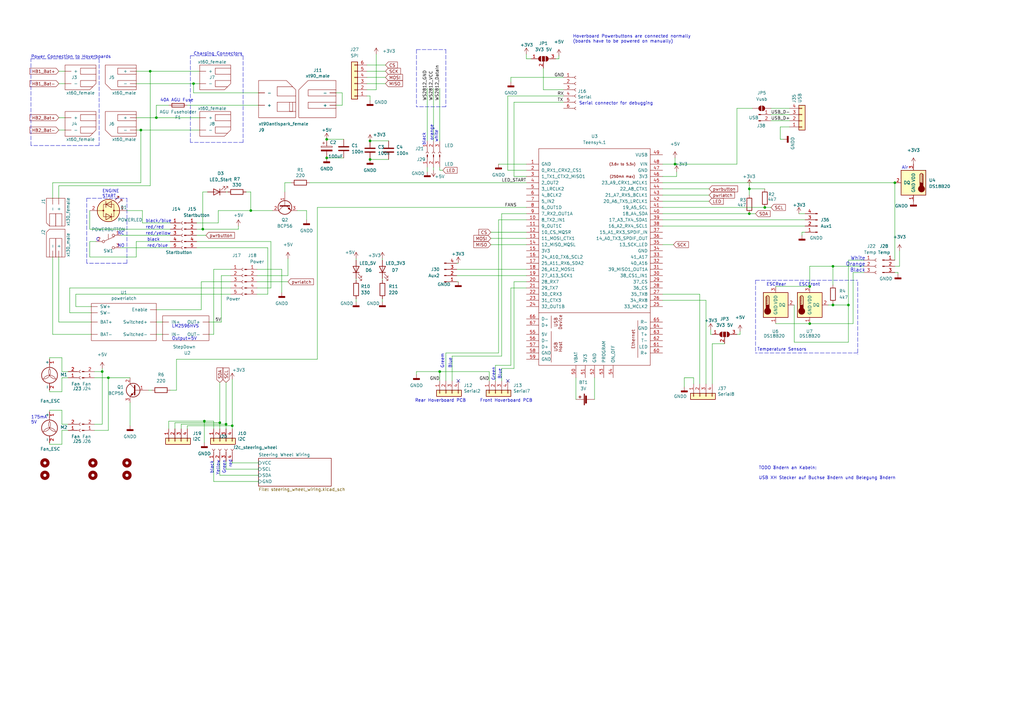
<source format=kicad_sch>
(kicad_sch
	(version 20231120)
	(generator "eeschema")
	(generator_version "8.0")
	(uuid "00e38d63-5436-49db-81f5-697421f168fc")
	(paper "A3")
	
	(junction
		(at 57.785 53.34)
		(diameter 0)
		(color 0 0 0 0)
		(uuid "051b8cb0-ae77-4e09-98a7-bf2103319e66")
	)
	(junction
		(at 41.91 152.4)
		(diameter 0)
		(color 0 0 0 0)
		(uuid "08d3dd73-6f4c-4fc2-8e37-f281b85fe0d4")
	)
	(junction
		(at 92.71 173.99)
		(diameter 0)
		(color 0 0 0 0)
		(uuid "0b10b5dd-1068-4091-bac0-79652863a01e")
	)
	(junction
		(at 79.375 34.29)
		(diameter 0)
		(color 0 0 0 0)
		(uuid "123968c6-74e7-4754-8c36-08ea08e42555")
	)
	(junction
		(at 367.03 74.93)
		(diameter 0)
		(color 0 0 0 0)
		(uuid "13c686e2-c0db-4808-91fc-09a512330a5d")
	)
	(junction
		(at 44.45 154.94)
		(diameter 0)
		(color 0 0 0 0)
		(uuid "17f40a5c-3441-49ae-8b83-88ce922d0e3d")
	)
	(junction
		(at 332.105 132.715)
		(diameter 0)
		(color 0 0 0 0)
		(uuid "1dcbe33f-cc83-406d-a028-85a460c31bac")
	)
	(junction
		(at 83.185 93.98)
		(diameter 0)
		(color 0 0 0 0)
		(uuid "2235841a-9c52-451a-9616-b84a520feeb5")
	)
	(junction
		(at 347.98 125.095)
		(diameter 0)
		(color 0 0 0 0)
		(uuid "30ff234b-df3a-42aa-bb37-f6ff7d49aec5")
	)
	(junction
		(at 180.34 152.4)
		(diameter 0)
		(color 0 0 0 0)
		(uuid "38f3170a-b54c-4011-af49-381b27b9e9bb")
	)
	(junction
		(at 151.765 57.785)
		(diameter 0)
		(color 0 0 0 0)
		(uuid "3a3e70b1-2cc8-4a66-89cd-35460ef8a407")
	)
	(junction
		(at 307.34 77.47)
		(diameter 0)
		(color 0 0 0 0)
		(uuid "491aa4a0-bd75-41a9-b432-7f6b372d01bf")
	)
	(junction
		(at 133.985 64.77)
		(diameter 0)
		(color 0 0 0 0)
		(uuid "5096b250-cff0-4068-b724-0f0e0414784d")
	)
	(junction
		(at 341.63 109.22)
		(diameter 0)
		(color 0 0 0 0)
		(uuid "51826272-e64e-4c84-9c7b-b0f63fbb4416")
	)
	(junction
		(at 313.69 85.09)
		(diameter 0)
		(color 0 0 0 0)
		(uuid "6718ba4d-08c9-4b14-9c3d-11686b888e41")
	)
	(junction
		(at 83.82 172.72)
		(diameter 0)
		(color 0 0 0 0)
		(uuid "69403c96-f918-448f-9931-0f743ebdeac3")
	)
	(junction
		(at 341.63 125.095)
		(diameter 0)
		(color 0 0 0 0)
		(uuid "6bbe664c-afc8-4a26-beda-656dd9cea5b8")
	)
	(junction
		(at 276.86 67.31)
		(diameter 0)
		(color 0 0 0 0)
		(uuid "6ee0cc52-61bb-4faa-b2c8-d972f1d2f606")
	)
	(junction
		(at 332.105 117.475)
		(diameter 0)
		(color 0 0 0 0)
		(uuid "6fb4cb96-e032-467f-b1ab-7c739561664d")
	)
	(junction
		(at 64.135 48.26)
		(diameter 0)
		(color 0 0 0 0)
		(uuid "79451892-db6b-4999-916d-6392174ee493")
	)
	(junction
		(at 133.985 57.15)
		(diameter 0)
		(color 0 0 0 0)
		(uuid "88d9f69e-d0e5-4bba-b2dc-36fd356eba4e")
	)
	(junction
		(at 102.87 86.36)
		(diameter 0)
		(color 0 0 0 0)
		(uuid "8e0c5536-8f0c-41c4-a920-c1fe2d0aeb28")
	)
	(junction
		(at 151.765 65.405)
		(diameter 0)
		(color 0 0 0 0)
		(uuid "9f171a87-ffde-46b1-b9bd-87ba6a6c823d")
	)
	(junction
		(at 95.25 174.625)
		(diameter 0)
		(color 0 0 0 0)
		(uuid "ae42da24-02f4-42e7-8f2c-3c1c04118f9b")
	)
	(junction
		(at 307.34 87.63)
		(diameter 0)
		(color 0 0 0 0)
		(uuid "b0f0ff58-8e70-44ba-af15-fb73a5def2f9")
	)
	(junction
		(at 90.17 173.355)
		(diameter 0)
		(color 0 0 0 0)
		(uuid "e6bbf99a-2bfc-49bf-a0f1-56b03ff0b655")
	)
	(junction
		(at 61.595 29.21)
		(diameter 0)
		(color 0 0 0 0)
		(uuid "fad4c712-0a2e-465d-a9f8-83d26bd66e37")
	)
	(no_connect
		(at 208.28 156.21)
		(uuid "57276367-9ce4-4738-88d7-6e8cb94c966c")
	)
	(no_connect
		(at 187.96 156.21)
		(uuid "72b36951-3ec7-4569-9c88-cf9b4afe1cae")
	)
	(wire
		(pts
			(xy 66.675 132.08) (xy 64.135 132.08)
		)
		(stroke
			(width 0)
			(type default)
		)
		(uuid "009b5465-0a65-4237-93e7-eb65321eeb18")
	)
	(wire
		(pts
			(xy 209.55 118.11) (xy 215.9 118.11)
		)
		(stroke
			(width 0)
			(type default)
		)
		(uuid "012449ca-e035-4431-bba7-b7e11af64b21")
	)
	(wire
		(pts
			(xy 57.785 53.34) (xy 57.785 74.93)
		)
		(stroke
			(width 0)
			(type default)
		)
		(uuid "02538207-54a8-4266-8d51-23871852b2ff")
	)
	(wire
		(pts
			(xy 291.465 137.16) (xy 292.1 137.16)
		)
		(stroke
			(width 0)
			(type default)
		)
		(uuid "0337e135-f3b5-4e41-85e1-fcc7d4d06ef3")
	)
	(wire
		(pts
			(xy 151.765 65.405) (xy 159.385 65.405)
		)
		(stroke
			(width 0)
			(type default)
		)
		(uuid "046aff1b-63dd-4fa2-ad6b-a0c87f57f7dd")
	)
	(wire
		(pts
			(xy 140.335 43.18) (xy 137.795 43.18)
		)
		(stroke
			(width 0)
			(type default)
		)
		(uuid "04cf2f2c-74bf-400d-b4f6-201720df00ed")
	)
	(wire
		(pts
			(xy 180.34 69.85) (xy 180.34 68.58)
		)
		(stroke
			(width 0)
			(type default)
		)
		(uuid "07c85266-e742-45aa-9c3b-788d2e43ec5d")
	)
	(wire
		(pts
			(xy 64.135 43.18) (xy 64.135 48.26)
		)
		(stroke
			(width 0)
			(type default)
		)
		(uuid "083becc8-e25d-4206-9636-55457650bbe3")
	)
	(polyline
		(pts
			(xy 309.88 114.935) (xy 309.88 144.78)
		)
		(stroke
			(width 0)
			(type dash)
		)
		(uuid "09e06fde-36b0-4ab7-b996-d98c02ce3f76")
	)
	(wire
		(pts
			(xy 150.495 39.37) (xy 151.765 39.37)
		)
		(stroke
			(width 0)
			(type default)
		)
		(uuid "09ec5a1f-8168-4109-a329-ef099cef6d16")
	)
	(wire
		(pts
			(xy 83.82 172.72) (xy 69.215 172.72)
		)
		(stroke
			(width 0)
			(type default)
		)
		(uuid "0a177102-b386-476a-bb78-cfa41e5981d4")
	)
	(wire
		(pts
			(xy 133.985 64.77) (xy 140.97 64.77)
		)
		(stroke
			(width 0)
			(type default)
		)
		(uuid "0a265115-6c7a-45ab-97a3-c695e3ee67d2")
	)
	(polyline
		(pts
			(xy 12.7 59.69) (xy 12.7 24.13)
		)
		(stroke
			(width 0)
			(type dash)
		)
		(uuid "0b4c0f05-c855-4742-bad2-dbf645d5842b")
	)
	(wire
		(pts
			(xy 215.9 24.13) (xy 217.805 24.13)
		)
		(stroke
			(width 0)
			(type default)
		)
		(uuid "0b759eb5-2b5d-497b-bde5-ba020c43a39d")
	)
	(wire
		(pts
			(xy 271.78 67.31) (xy 276.86 67.31)
		)
		(stroke
			(width 0)
			(type default)
		)
		(uuid "0bf9b321-fb4d-49fd-9592-7ab5a99eb177")
	)
	(wire
		(pts
			(xy 90.17 156.845) (xy 90.17 173.355)
		)
		(stroke
			(width 0)
			(type default)
		)
		(uuid "0cc9bf07-55b9-458f-b8aa-41b2f51fa940")
	)
	(wire
		(pts
			(xy 92.71 156.845) (xy 92.71 173.99)
		)
		(stroke
			(width 0)
			(type default)
		)
		(uuid "0d5b0f48-7e11-42a1-aa49-31f1b69cb91d")
	)
	(wire
		(pts
			(xy 150.495 31.75) (xy 158.115 31.75)
		)
		(stroke
			(width 0)
			(type default)
		)
		(uuid "0e78b584-2869-48ac-b293-95bd208efc94")
	)
	(wire
		(pts
			(xy 31.115 120.65) (xy 31.115 125.73)
		)
		(stroke
			(width 0)
			(type default)
		)
		(uuid "0f6a1023-ed00-4bd6-afef-ff227538c5e3")
	)
	(wire
		(pts
			(xy 177.8 36.195) (xy 177.8 57.785)
		)
		(stroke
			(width 0)
			(type default)
		)
		(uuid "11274c77-8dea-42af-9338-4bcf2f325c89")
	)
	(wire
		(pts
			(xy 82.55 127) (xy 82.55 115.57)
		)
		(stroke
			(width 0)
			(type default)
		)
		(uuid "1136c54b-6feb-40f7-ae6a-0f9521f82981")
	)
	(wire
		(pts
			(xy 37.465 125.73) (xy 31.115 125.73)
		)
		(stroke
			(width 0)
			(type default)
		)
		(uuid "1199146e-a60b-416a-b503-e77d6d2892f9")
	)
	(wire
		(pts
			(xy 21.59 137.16) (xy 21.59 105.41)
		)
		(stroke
			(width 0)
			(type default)
		)
		(uuid "12a24e86-2c38-4685-bba9-fff8dddb4cb0")
	)
	(wire
		(pts
			(xy 26.67 53.34) (xy 24.13 53.34)
		)
		(stroke
			(width 0)
			(type default)
		)
		(uuid "12c8f4c9-cb79-4390-b96c-a717c693de17")
	)
	(wire
		(pts
			(xy 24.13 48.26) (xy 26.67 48.26)
		)
		(stroke
			(width 0)
			(type default)
		)
		(uuid "12f8e43c-8f83-48d3-a9b5-5f3ebc0b6c43")
	)
	(wire
		(pts
			(xy 349.885 111.76) (xy 354.33 111.76)
		)
		(stroke
			(width 0)
			(type default)
		)
		(uuid "13786dec-2489-4053-b561-88e4a3312eb2")
	)
	(wire
		(pts
			(xy 316.23 44.45) (xy 323.85 44.45)
		)
		(stroke
			(width 0)
			(type default)
		)
		(uuid "152f228d-6758-4b22-9827-c17006c80350")
	)
	(wire
		(pts
			(xy 20.32 146.685) (xy 25.4 146.685)
		)
		(stroke
			(width 0)
			(type default)
		)
		(uuid "1542b558-bfe7-4e44-b051-52e954f089c4")
	)
	(polyline
		(pts
			(xy 351.79 144.78) (xy 309.88 144.78)
		)
		(stroke
			(width 0)
			(type dash)
		)
		(uuid "1570d25c-8719-49ce-9fd6-6144a7fe414f")
	)
	(wire
		(pts
			(xy 243.84 154.94) (xy 243.84 163.83)
		)
		(stroke
			(width 0)
			(type default)
		)
		(uuid "171ac760-a511-466f-8910-fb69c68fa937")
	)
	(wire
		(pts
			(xy 61.595 29.21) (xy 61.595 76.2)
		)
		(stroke
			(width 0)
			(type default)
		)
		(uuid "17ed3508-fa2e-4593-a799-bfd39a6cc14d")
	)
	(wire
		(pts
			(xy 127 74.93) (xy 215.9 74.93)
		)
		(stroke
			(width 0)
			(type default)
		)
		(uuid "181e9518-7706-4189-a885-5e6e3aee3bb9")
	)
	(wire
		(pts
			(xy 83.185 93.98) (xy 83.185 78.74)
		)
		(stroke
			(width 0)
			(type default)
		)
		(uuid "1df9a412-b56c-4e84-b38b-6a4bc05a97be")
	)
	(wire
		(pts
			(xy 38.735 173.99) (xy 41.91 173.99)
		)
		(stroke
			(width 0)
			(type default)
		)
		(uuid "1e6a20ef-296c-4f96-9891-ff8455ce839d")
	)
	(wire
		(pts
			(xy 25.4 182.245) (xy 20.32 182.245)
		)
		(stroke
			(width 0)
			(type default)
		)
		(uuid "1f97d1e3-c5f6-4344-9fb6-6c723b7697fa")
	)
	(polyline
		(pts
			(xy 52.07 81.28) (xy 52.07 107.95)
		)
		(stroke
			(width 0)
			(type dash)
		)
		(uuid "1fbb0219-551e-409b-a61b-76e8cebdfb9d")
	)
	(wire
		(pts
			(xy 347.98 106.68) (xy 347.98 125.095)
		)
		(stroke
			(width 0)
			(type default)
		)
		(uuid "20c35e19-7499-4a32-968e-c106eec1aefe")
	)
	(wire
		(pts
			(xy 69.215 172.72) (xy 69.215 175.895)
		)
		(stroke
			(width 0)
			(type default)
		)
		(uuid "25531609-ada1-438f-9524-2d6b2aacec2a")
	)
	(wire
		(pts
			(xy 20.32 168.275) (xy 25.4 168.275)
		)
		(stroke
			(width 0)
			(type default)
		)
		(uuid "26301722-d82d-4669-b21f-04874a1fbca3")
	)
	(wire
		(pts
			(xy 146.05 106.045) (xy 146.05 106.68)
		)
		(stroke
			(width 0)
			(type default)
		)
		(uuid "26a5e061-05bb-41a8-bc7a-df1564b11e90")
	)
	(wire
		(pts
			(xy 130.175 85.09) (xy 215.9 85.09)
		)
		(stroke
			(width 0)
			(type default)
		)
		(uuid "2762442d-9432-4074-b79b-8eeab3eaf9a7")
	)
	(polyline
		(pts
			(xy 40.64 24.13) (xy 40.64 59.69)
		)
		(stroke
			(width 0)
			(type dash)
		)
		(uuid "282c8e53-3acc-42f0-a92a-6aa976b97a93")
	)
	(wire
		(pts
			(xy 137.795 38.1) (xy 140.335 38.1)
		)
		(stroke
			(width 0)
			(type default)
		)
		(uuid "2878a73c-5447-4cd9-8194-14f52ab9459c")
	)
	(wire
		(pts
			(xy 89.535 86.36) (xy 102.87 86.36)
		)
		(stroke
			(width 0)
			(type default)
		)
		(uuid "28e146f5-f85f-47b5-94b5-a67c33d23635")
	)
	(wire
		(pts
			(xy 154.305 36.83) (xy 150.495 36.83)
		)
		(stroke
			(width 0)
			(type default)
		)
		(uuid "2ba9fb94-a1fa-486c-8933-fbe2803c354e")
	)
	(wire
		(pts
			(xy 72.39 160.02) (xy 69.85 160.02)
		)
		(stroke
			(width 0)
			(type default)
		)
		(uuid "2d84a257-2801-4282-83f8-8a08920949d3")
	)
	(wire
		(pts
			(xy 87.63 197.485) (xy 106.045 197.485)
		)
		(stroke
			(width 0)
			(type default)
		)
		(uuid "2dedad72-81da-422a-b7ec-330645064577")
	)
	(wire
		(pts
			(xy 354.33 109.22) (xy 341.63 109.22)
		)
		(stroke
			(width 0)
			(type default)
		)
		(uuid "2f50addc-928c-4435-b241-4bd66bfb0934")
	)
	(wire
		(pts
			(xy 55.88 99.06) (xy 55.88 105.41)
		)
		(stroke
			(width 0)
			(type default)
		)
		(uuid "2fd044b6-377e-455f-89e0-f4f69a117f77")
	)
	(wire
		(pts
			(xy 154.305 22.225) (xy 154.305 36.83)
		)
		(stroke
			(width 0)
			(type default)
		)
		(uuid "3017e6b7-2d49-4427-9dc1-83cc27ee24a4")
	)
	(wire
		(pts
			(xy 180.34 152.4) (xy 180.34 156.21)
		)
		(stroke
			(width 0)
			(type default)
		)
		(uuid "30c33e3e-fb78-498d-bffe-76273d527004")
	)
	(wire
		(pts
			(xy 209.55 31.75) (xy 209.55 33.655)
		)
		(stroke
			(width 0)
			(type default)
		)
		(uuid "322a7fce-26c4-4bb5-ba5a-1688f26585cf")
	)
	(wire
		(pts
			(xy 20.32 168.91) (xy 20.32 168.275)
		)
		(stroke
			(width 0)
			(type default)
		)
		(uuid "33072d10-86aa-4a72-9898-01c2c9b5842e")
	)
	(wire
		(pts
			(xy 347.98 140.335) (xy 347.98 125.095)
		)
		(stroke
			(width 0)
			(type default)
		)
		(uuid "33aa439f-8f27-4c20-8909-3dc70d367c43")
	)
	(wire
		(pts
			(xy 332.105 132.715) (xy 349.885 132.715)
		)
		(stroke
			(width 0)
			(type default)
		)
		(uuid "33e2f234-7e68-4c90-b3d3-06c043b0935f")
	)
	(wire
		(pts
			(xy 27.94 176.53) (xy 25.4 176.53)
		)
		(stroke
			(width 0)
			(type default)
		)
		(uuid "34e399b2-48be-42f9-842e-e3b66c7c06bb")
	)
	(wire
		(pts
			(xy 209.55 149.86) (xy 203.2 149.86)
		)
		(stroke
			(width 0)
			(type default)
		)
		(uuid "34eb38bf-2fc7-4a28-893e-3d3609a85d23")
	)
	(wire
		(pts
			(xy 41.91 151.13) (xy 41.91 152.4)
		)
		(stroke
			(width 0)
			(type default)
		)
		(uuid "35a7735a-ee25-458f-bb48-cd448dcda5d3")
	)
	(wire
		(pts
			(xy 57.785 53.34) (xy 81.915 53.34)
		)
		(stroke
			(width 0)
			(type default)
		)
		(uuid "35c09d1f-2914-4d1e-a002-df30af772f3b")
	)
	(wire
		(pts
			(xy 24.13 76.2) (xy 24.13 81.28)
		)
		(stroke
			(width 0)
			(type default)
		)
		(uuid "35ef9c4a-35f6-467b-a704-b1d9354880cf")
	)
	(wire
		(pts
			(xy 205.74 156.21) (xy 205.74 151.13)
		)
		(stroke
			(width 0)
			(type default)
		)
		(uuid "36ecbda1-f753-44e8-9b94-b54819f7ef15")
	)
	(polyline
		(pts
			(xy 182.88 43.815) (xy 170.815 43.815)
		)
		(stroke
			(width 0)
			(type dash)
		)
		(uuid "374316c4-15a5-4072-bc2a-06291d270741")
	)
	(wire
		(pts
			(xy 316.23 49.53) (xy 323.85 49.53)
		)
		(stroke
			(width 0)
			(type default)
		)
		(uuid "377075d2-fda4-48bc-8c81-d9f88210845e")
	)
	(wire
		(pts
			(xy 25.4 154.94) (xy 25.4 160.655)
		)
		(stroke
			(width 0)
			(type default)
		)
		(uuid "39ae077c-5133-4896-9953-71244e980cb5")
	)
	(wire
		(pts
			(xy 354.33 106.68) (xy 347.98 106.68)
		)
		(stroke
			(width 0)
			(type default)
		)
		(uuid "3aa28a58-d2d7-4f0a-91cb-81d577d309f4")
	)
	(wire
		(pts
			(xy 38.735 154.94) (xy 44.45 154.94)
		)
		(stroke
			(width 0)
			(type default)
		)
		(uuid "3bc3df81-b30e-4a41-a38c-bca401c1fdb4")
	)
	(wire
		(pts
			(xy 94.615 120.65) (xy 31.115 120.65)
		)
		(stroke
			(width 0)
			(type default)
		)
		(uuid "3bdb6e74-df98-4382-9a1e-8b7b42de8b63")
	)
	(wire
		(pts
			(xy 24.13 132.08) (xy 37.465 132.08)
		)
		(stroke
			(width 0)
			(type default)
		)
		(uuid "3e0392c0-affc-4114-9de5-1f1cfe79418a")
	)
	(wire
		(pts
			(xy 76.835 43.18) (xy 106.045 43.18)
		)
		(stroke
			(width 0)
			(type default)
		)
		(uuid "3e3d55c8-e0ea-48fb-8421-a84b7cb7055b")
	)
	(wire
		(pts
			(xy 95.25 189.865) (xy 106.045 189.865)
		)
		(stroke
			(width 0)
			(type default)
		)
		(uuid "3e585ce6-ffe4-401c-995c-ba0fb6462563")
	)
	(wire
		(pts
			(xy 87.63 197.485) (xy 87.63 189.23)
		)
		(stroke
			(width 0)
			(type default)
		)
		(uuid "4063c2e6-8261-47a4-afbb-00437840fe26")
	)
	(wire
		(pts
			(xy 292.1 140.97) (xy 297.18 140.97)
		)
		(stroke
			(width 0)
			(type default)
		)
		(uuid "416b293b-f69f-4a4d-afb2-5ec85e49494d")
	)
	(wire
		(pts
			(xy 61.595 29.21) (xy 81.915 29.21)
		)
		(stroke
			(width 0)
			(type default)
		)
		(uuid "422b10b9-e829-44a2-8808-05edd8cb3050")
	)
	(wire
		(pts
			(xy 92.71 173.99) (xy 74.295 173.99)
		)
		(stroke
			(width 0)
			(type default)
		)
		(uuid "4254ab22-9d9b-4884-a1f8-0bb4242f8894")
	)
	(wire
		(pts
			(xy 276.86 67.31) (xy 276.86 64.77)
		)
		(stroke
			(width 0)
			(type default)
		)
		(uuid "44a31d09-65ce-45e2-98f9-0649161b54b4")
	)
	(wire
		(pts
			(xy 187.96 107.95) (xy 187.325 107.95)
		)
		(stroke
			(width 0)
			(type default)
		)
		(uuid "469e3ced-fa71-45f7-a6a0-be05c61f7b6e")
	)
	(wire
		(pts
			(xy 25.4 168.275) (xy 25.4 173.99)
		)
		(stroke
			(width 0)
			(type default)
		)
		(uuid "46fa1be4-d517-4eaf-a68b-dce661fc076c")
	)
	(wire
		(pts
			(xy 79.375 38.1) (xy 79.375 34.29)
		)
		(stroke
			(width 0)
			(type default)
		)
		(uuid "475ed8b3-90bf-48cd-bce5-d8f48b689541")
	)
	(wire
		(pts
			(xy 323.85 52.07) (xy 320.04 52.07)
		)
		(stroke
			(width 0)
			(type default)
		)
		(uuid "47d5879e-6a79-429e-98ab-e86a71cb2a96")
	)
	(wire
		(pts
			(xy 156.845 114.3) (xy 156.845 114.935)
		)
		(stroke
			(width 0)
			(type default)
		)
		(uuid "489dbc75-626f-4f7d-a79e-4718b12503a5")
	)
	(polyline
		(pts
			(xy 309.88 114.935) (xy 351.79 114.935)
		)
		(stroke
			(width 0)
			(type dash)
		)
		(uuid "48e63767-c45b-4543-b818-8f00f0600bf9")
	)
	(wire
		(pts
			(xy 205.74 146.05) (xy 205.74 87.63)
		)
		(stroke
			(width 0)
			(type default)
		)
		(uuid "49df14a4-9231-4e0c-8be6-325780f5026d")
	)
	(wire
		(pts
			(xy 133.985 57.15) (xy 140.97 57.15)
		)
		(stroke
			(width 0)
			(type default)
		)
		(uuid "49efe05d-ee93-4a15-b852-734325ebf0af")
	)
	(wire
		(pts
			(xy 89.535 91.44) (xy 89.535 86.36)
		)
		(stroke
			(width 0)
			(type default)
		)
		(uuid "4abd83b2-2075-4fec-a627-5a1558b56d3f")
	)
	(wire
		(pts
			(xy 307.34 87.63) (xy 309.88 87.63)
		)
		(stroke
			(width 0)
			(type default)
		)
		(uuid "4bcbd014-3a02-4ae0-8600-940a4b84d1cb")
	)
	(wire
		(pts
			(xy 185.42 156.21) (xy 185.42 146.05)
		)
		(stroke
			(width 0)
			(type default)
		)
		(uuid "4c843bdb-6c9e-40dd-85e2-0567846e18ba")
	)
	(wire
		(pts
			(xy 307.34 77.47) (xy 307.34 80.01)
		)
		(stroke
			(width 0)
			(type default)
		)
		(uuid "4caf3f28-fdef-4bb6-9ef1-b05fcb6a9cc7")
	)
	(wire
		(pts
			(xy 368.935 102.87) (xy 368.935 109.22)
		)
		(stroke
			(width 0)
			(type default)
		)
		(uuid "4cd66851-08f4-4acb-9fff-9781de2b31d6")
	)
	(wire
		(pts
			(xy 332.105 109.22) (xy 332.105 117.475)
		)
		(stroke
			(width 0)
			(type default)
		)
		(uuid "4f7c7ee0-aecc-4a3e-93eb-625bf8325b8f")
	)
	(wire
		(pts
			(xy 83.185 93.98) (xy 97.79 93.98)
		)
		(stroke
			(width 0)
			(type default)
		)
		(uuid "50208326-4c3d-4fc0-b1bc-7c7f78e47333")
	)
	(wire
		(pts
			(xy 90.17 173.355) (xy 90.17 175.895)
		)
		(stroke
			(width 0)
			(type default)
		)
		(uuid "50511df0-cbe7-4439-9e9c-f26e04b637db")
	)
	(wire
		(pts
			(xy 303.53 135.89) (xy 303.53 137.16)
		)
		(stroke
			(width 0)
			(type default)
		)
		(uuid "51cd4b7a-f1e2-47b7-89da-e68317a010af")
	)
	(wire
		(pts
			(xy 271.78 100.33) (xy 276.225 100.33)
		)
		(stroke
			(width 0)
			(type default)
		)
		(uuid "52703b70-40ed-4524-896c-4f29b49e5f4c")
	)
	(wire
		(pts
			(xy 36.83 93.98) (xy 36.83 86.36)
		)
		(stroke
			(width 0)
			(type default)
		)
		(uuid "53e34696-241f-47e5-a477-f469335c8a61")
	)
	(wire
		(pts
			(xy 58.42 91.44) (xy 69.85 91.44)
		)
		(stroke
			(width 0)
			(type default)
		)
		(uuid "547eeec1-a95c-431b-95a4-2ff936d52170")
	)
	(wire
		(pts
			(xy 119.38 74.93) (xy 116.84 74.93)
		)
		(stroke
			(width 0)
			(type default)
		)
		(uuid "54dfed87-fbe5-47ab-b620-2d6ba5ea0bcb")
	)
	(wire
		(pts
			(xy 280.67 154.94) (xy 284.48 154.94)
		)
		(stroke
			(width 0)
			(type default)
		)
		(uuid "54ff2b74-a097-4453-8324-77a7f0da32d4")
	)
	(wire
		(pts
			(xy 341.63 109.22) (xy 341.63 116.84)
		)
		(stroke
			(width 0)
			(type default)
		)
		(uuid "55612800-7186-4844-8635-2f2dadf3eaf1")
	)
	(wire
		(pts
			(xy 87.63 172.72) (xy 83.82 172.72)
		)
		(stroke
			(width 0)
			(type default)
		)
		(uuid "55c7ef39-b251-4a11-94d4-60a109929c6f")
	)
	(wire
		(pts
			(xy 271.78 120.65) (xy 287.02 120.65)
		)
		(stroke
			(width 0)
			(type default)
		)
		(uuid "562f5eba-e575-42fa-917e-5433ec2c0cbc")
	)
	(wire
		(pts
			(xy 105.41 118.11) (xy 111.125 118.11)
		)
		(stroke
			(width 0)
			(type default)
		)
		(uuid "56e486f5-556e-4d8e-a75a-487ed98d2e59")
	)
	(wire
		(pts
			(xy 341.63 125.095) (xy 341.63 124.46)
		)
		(stroke
			(width 0)
			(type default)
		)
		(uuid "58c209f0-2b9e-4f7d-aa27-5cf3bc9ef328")
	)
	(wire
		(pts
			(xy 200.66 152.4) (xy 200.66 156.21)
		)
		(stroke
			(width 0)
			(type default)
		)
		(uuid "58d71c09-ba53-43d7-9fc9-7054806963d2")
	)
	(wire
		(pts
			(xy 177.8 68.58) (xy 177.8 69.85)
		)
		(stroke
			(width 0)
			(type default)
		)
		(uuid "58dfd4b5-1213-4f4d-8f38-79c6f352f825")
	)
	(wire
		(pts
			(xy 36.83 99.06) (xy 36.83 105.41)
		)
		(stroke
			(width 0)
			(type default)
		)
		(uuid "58e8a243-dbf1-46ec-a9ca-62db6c046a4b")
	)
	(polyline
		(pts
			(xy 182.88 20.32) (xy 182.88 43.815)
		)
		(stroke
			(width 0)
			(type dash)
		)
		(uuid "59066bb7-c104-449a-a331-bd2de5193eeb")
	)
	(wire
		(pts
			(xy 284.48 154.94) (xy 284.48 157.48)
		)
		(stroke
			(width 0)
			(type default)
		)
		(uuid "599e77ee-1933-4be7-bc86-05c7e9cc20c6")
	)
	(wire
		(pts
			(xy 94.615 118.11) (xy 28.575 118.11)
		)
		(stroke
			(width 0)
			(type default)
		)
		(uuid "5a040418-8644-4cf8-9de0-ba3624649e9e")
	)
	(wire
		(pts
			(xy 116.84 74.93) (xy 116.84 78.74)
		)
		(stroke
			(width 0)
			(type default)
		)
		(uuid "5a1c01fb-cf82-4e17-9a62-00e0a3adba47")
	)
	(wire
		(pts
			(xy 94.615 113.03) (xy 90.805 113.03)
		)
		(stroke
			(width 0)
			(type default)
		)
		(uuid "5b15d041-2d51-4c90-8164-397806011835")
	)
	(wire
		(pts
			(xy 187.96 115.57) (xy 187.325 115.57)
		)
		(stroke
			(width 0)
			(type default)
		)
		(uuid "5b7729b0-f65f-4a87-acb8-ccc12b4f51f9")
	)
	(wire
		(pts
			(xy 95.25 174.625) (xy 95.25 175.895)
		)
		(stroke
			(width 0)
			(type default)
		)
		(uuid "5c3c20ac-7d6a-4a6a-8d79-b176608d957f")
	)
	(wire
		(pts
			(xy 339.725 125.095) (xy 341.63 125.095)
		)
		(stroke
			(width 0)
			(type default)
		)
		(uuid "5d0d6a13-8484-4646-bacd-2fbc9cb5413d")
	)
	(wire
		(pts
			(xy 76.835 175.895) (xy 76.835 174.625)
		)
		(stroke
			(width 0)
			(type default)
		)
		(uuid "5dba2df1-c0a7-451c-ad63-7260d7b1f5a8")
	)
	(wire
		(pts
			(xy 307.34 76.2) (xy 307.34 77.47)
		)
		(stroke
			(width 0)
			(type default)
		)
		(uuid "5e5022ae-f20b-4479-bb40-28803eeea8c2")
	)
	(wire
		(pts
			(xy 55.88 29.21) (xy 61.595 29.21)
		)
		(stroke
			(width 0)
			(type default)
		)
		(uuid "5f312b85-6822-40a3-b417-2df49696ca2d")
	)
	(wire
		(pts
			(xy 24.13 29.21) (xy 26.67 29.21)
		)
		(stroke
			(width 0)
			(type default)
		)
		(uuid "5f38bdb2-3657-474e-8e86-d6bb0b298110")
	)
	(wire
		(pts
			(xy 74.295 173.99) (xy 74.295 175.895)
		)
		(stroke
			(width 0)
			(type default)
		)
		(uuid "6064ea35-013e-4b86-a6c4-39586d23a64c")
	)
	(wire
		(pts
			(xy 209.55 31.75) (xy 231.14 31.75)
		)
		(stroke
			(width 0)
			(type default)
		)
		(uuid "6202b522-e646-49af-83e4-b5d7844d80bd")
	)
	(wire
		(pts
			(xy 25.4 146.685) (xy 25.4 152.4)
		)
		(stroke
			(width 0)
			(type default)
		)
		(uuid "62880b37-7f4d-4027-be35-87ea11b9bfce")
	)
	(wire
		(pts
			(xy 115.57 120.015) (xy 115.57 110.49)
		)
		(stroke
			(width 0)
			(type default)
		)
		(uuid "62a6d334-f451-48c1-bbb3-2e2aacab4352")
	)
	(wire
		(pts
			(xy 25.4 173.99) (xy 27.94 173.99)
		)
		(stroke
			(width 0)
			(type default)
		)
		(uuid "62c26a31-4bf5-4a49-846e-2a9deae7bdd9")
	)
	(wire
		(pts
			(xy 208.28 69.85) (xy 208.28 39.37)
		)
		(stroke
			(width 0)
			(type default)
		)
		(uuid "63884a0c-3153-4b16-b576-b3d0570549ad")
	)
	(wire
		(pts
			(xy 130.175 85.09) (xy 130.175 147.32)
		)
		(stroke
			(width 0)
			(type default)
		)
		(uuid "649506bc-e737-4d40-826c-c9ae6cf7999f")
	)
	(wire
		(pts
			(xy 204.47 90.17) (xy 204.47 144.78)
		)
		(stroke
			(width 0)
			(type default)
		)
		(uuid "64a82c13-23a0-425e-9d2f-c51801b5f76e")
	)
	(wire
		(pts
			(xy 37.465 137.16) (xy 21.59 137.16)
		)
		(stroke
			(width 0)
			(type default)
		)
		(uuid "6513181c-0a6a-4560-9a18-17450c36ae2a")
	)
	(wire
		(pts
			(xy 38.735 176.53) (xy 44.45 176.53)
		)
		(stroke
			(width 0)
			(type default)
		)
		(uuid "655a4dd6-df89-48f2-a803-643990d058bd")
	)
	(wire
		(pts
			(xy 208.28 39.37) (xy 231.14 39.37)
		)
		(stroke
			(width 0)
			(type default)
		)
		(uuid "65b9a046-bb8f-42cd-b846-d3362b0ef51f")
	)
	(wire
		(pts
			(xy 83.185 78.74) (xy 85.09 78.74)
		)
		(stroke
			(width 0)
			(type default)
		)
		(uuid "663cc588-2ea2-4d16-b91f-ff54db2ba726")
	)
	(wire
		(pts
			(xy 170.815 152.4) (xy 180.34 152.4)
		)
		(stroke
			(width 0)
			(type default)
		)
		(uuid "68422ffc-83e4-42e5-b1dc-f3b10be98daf")
	)
	(polyline
		(pts
			(xy 170.815 20.32) (xy 182.88 20.32)
		)
		(stroke
			(width 0)
			(type dash)
		)
		(uuid "6994715a-fbff-431c-b736-e87cb0a095c3")
	)
	(wire
		(pts
			(xy 187.325 113.03) (xy 215.9 113.03)
		)
		(stroke
			(width 0)
			(type default)
		)
		(uuid "6ac108b8-87ca-4878-86f3-b3931e823252")
	)
	(wire
		(pts
			(xy 151.765 39.37) (xy 151.765 41.275)
		)
		(stroke
			(width 0)
			(type default)
		)
		(uuid "6bb2c937-e8ff-43d0-9b06-456594eb25e9")
	)
	(wire
		(pts
			(xy 36.83 99.06) (xy 39.37 99.06)
		)
		(stroke
			(width 0)
			(type default)
		)
		(uuid "6bd115d6-07e0-45db-8f2e-3cbb0429104f")
	)
	(wire
		(pts
			(xy 125.73 86.36) (xy 125.73 90.17)
		)
		(stroke
			(width 0)
			(type default)
		)
		(uuid "6cb93665-0bcd-4104-8633-fffd1811eee0")
	)
	(wire
		(pts
			(xy 204.47 67.31) (xy 215.9 67.31)
		)
		(stroke
			(width 0)
			(type default)
		)
		(uuid "6d660d44-2237-493b-a881-7e0ebb385c2c")
	)
	(wire
		(pts
			(xy 115.57 110.49) (xy 105.41 110.49)
		)
		(stroke
			(width 0)
			(type default)
		)
		(uuid "6fb78646-375d-4e04-bdf3-192bdf9fa3e4")
	)
	(wire
		(pts
			(xy 182.88 156.21) (xy 182.88 144.78)
		)
		(stroke
			(width 0)
			(type default)
		)
		(uuid "6ffdf05e-e119-49f9-85e9-13e4901df42a")
	)
	(wire
		(pts
			(xy 20.32 160.655) (xy 20.32 160.02)
		)
		(stroke
			(width 0)
			(type default)
		)
		(uuid "707520b4-cacf-45dc-bb64-b15608f9208f")
	)
	(wire
		(pts
			(xy 38.735 152.4) (xy 41.91 152.4)
		)
		(stroke
			(width 0)
			(type default)
		)
		(uuid "716ce140-e601-44e8-935e-856b42be6077")
	)
	(wire
		(pts
			(xy 69.215 43.18) (xy 64.135 43.18)
		)
		(stroke
			(width 0)
			(type default)
		)
		(uuid "725cdf26-4b92-46db-bca9-10d930002dda")
	)
	(wire
		(pts
			(xy 80.645 101.6) (xy 109.855 101.6)
		)
		(stroke
			(width 0)
			(type default)
		)
		(uuid "72c5b5dc-7d0c-4e1d-aa45-7f2d6eeb3e27")
	)
	(wire
		(pts
			(xy 95.25 189.865) (xy 95.25 189.23)
		)
		(stroke
			(width 0)
			(type default)
		)
		(uuid "72c703a9-f76e-4ccd-a5d4-19a0d1bf59d1")
	)
	(wire
		(pts
			(xy 302.26 44.45) (xy 308.61 44.45)
		)
		(stroke
			(width 0)
			(type default)
		)
		(uuid "74c350c0-100b-4dac-8ae6-b766abd67e3e")
	)
	(wire
		(pts
			(xy 271.78 123.19) (xy 289.56 123.19)
		)
		(stroke
			(width 0)
			(type default)
		)
		(uuid "7501aef6-0880-4f4f-9852-dee6a9141968")
	)
	(wire
		(pts
			(xy 277.495 72.39) (xy 277.495 70.485)
		)
		(stroke
			(width 0)
			(type default)
		)
		(uuid "76be6751-4c3d-40e9-9d65-cc3fe679deae")
	)
	(wire
		(pts
			(xy 325.755 125.095) (xy 325.755 140.335)
		)
		(stroke
			(width 0)
			(type default)
		)
		(uuid "76dfc600-0790-43a0-9bc4-d0e98f5de9c1")
	)
	(wire
		(pts
			(xy 20.32 160.655) (xy 25.4 160.655)
		)
		(stroke
			(width 0)
			(type default)
		)
		(uuid "782ab777-440f-4045-a4c0-f73ddee70716")
	)
	(wire
		(pts
			(xy 118.11 113.03) (xy 105.41 113.03)
		)
		(stroke
			(width 0)
			(type default)
		)
		(uuid "78fc26a2-c6aa-4020-b71c-d7cbb33d50cf")
	)
	(wire
		(pts
			(xy 303.53 137.16) (xy 302.26 137.16)
		)
		(stroke
			(width 0)
			(type default)
		)
		(uuid "7a7681c1-80a0-4782-a422-ecbc063d0c5c")
	)
	(wire
		(pts
			(xy 64.135 48.26) (xy 81.915 48.26)
		)
		(stroke
			(width 0)
			(type default)
		)
		(uuid "7acd513a-187b-4936-9f93-2e521ce33ad5")
	)
	(wire
		(pts
			(xy 316.23 46.99) (xy 323.85 46.99)
		)
		(stroke
			(width 0)
			(type default)
		)
		(uuid "7b3ce65f-b1f1-4187-ba26-1cff437f4e77")
	)
	(polyline
		(pts
			(xy 52.07 107.95) (xy 35.56 107.95)
		)
		(stroke
			(width 0)
			(type dash)
		)
		(uuid "7bfba61b-6752-4a45-9ee6-5984dcb15041")
	)
	(wire
		(pts
			(xy 271.78 80.01) (xy 290.83 80.01)
		)
		(stroke
			(width 0)
			(type default)
		)
		(uuid "7c68dd7b-de2e-4c68-81f3-c59c3a9eb36f")
	)
	(wire
		(pts
			(xy 320.04 52.07) (xy 320.04 57.15)
		)
		(stroke
			(width 0)
			(type default)
		)
		(uuid "7d0e32da-cc71-4968-9f7c-259831a01a02")
	)
	(wire
		(pts
			(xy 82.55 115.57) (xy 94.615 115.57)
		)
		(stroke
			(width 0)
			(type default)
		)
		(uuid "7dfa12dd-0cd0-4759-964c-4ba3aef8bb58")
	)
	(wire
		(pts
			(xy 175.26 68.58) (xy 175.26 70.485)
		)
		(stroke
			(width 0)
			(type default)
		)
		(uuid "7f1579b0-7b58-4eea-a427-d38d2582d3aa")
	)
	(wire
		(pts
			(xy 60.96 160.02) (xy 62.23 160.02)
		)
		(stroke
			(width 0)
			(type default)
		)
		(uuid "7f664a3c-9748-45a7-a189-4712ada62fe7")
	)
	(wire
		(pts
			(xy 368.3 111.76) (xy 368.3 112.395)
		)
		(stroke
			(width 0)
			(type default)
		)
		(uuid "805ad2cb-4a29-45da-a322-1f9825134f56")
	)
	(wire
		(pts
			(xy 151.765 57.785) (xy 159.385 57.785)
		)
		(stroke
			(width 0)
			(type default)
		)
		(uuid "80d27706-07bd-45c6-badc-c478b2600e5a")
	)
	(wire
		(pts
			(xy 90.805 113.03) (xy 90.805 132.08)
		)
		(stroke
			(width 0)
			(type default)
		)
		(uuid "823c34d4-e27b-470a-9b98-977c836aa764")
	)
	(polyline
		(pts
			(xy 40.64 59.69) (xy 12.7 59.69)
		)
		(stroke
			(width 0)
			(type dash)
		)
		(uuid "83c5181e-f5ee-453c-ae5c-d7256ba8837d")
	)
	(wire
		(pts
			(xy 215.9 24.13) (xy 215.9 22.225)
		)
		(stroke
			(width 0)
			(type default)
		)
		(uuid "85397c49-60fc-4fe1-a5a2-91b58f38b021")
	)
	(wire
		(pts
			(xy 105.41 115.57) (xy 118.11 115.57)
		)
		(stroke
			(width 0)
			(type default)
		)
		(uuid "876a971d-a619-4c29-9c92-451633658845")
	)
	(wire
		(pts
			(xy 53.34 165.1) (xy 53.34 174.625)
		)
		(stroke
			(width 0)
			(type default)
		)
		(uuid "885d043f-b4c9-4eb2-820d-d417cb4bc866")
	)
	(polyline
		(pts
			(xy 78.105 22.86) (xy 99.695 22.86)
		)
		(stroke
			(width 0)
			(type dash)
		)
		(uuid "888fd7cb-2fc6-480c-bcfa-0b71303087d3")
	)
	(wire
		(pts
			(xy 71.755 173.355) (xy 90.17 173.355)
		)
		(stroke
			(width 0)
			(type default)
		)
		(uuid "89607785-50a6-412e-9773-1e085f5b77fa")
	)
	(wire
		(pts
			(xy 36.83 93.98) (xy 69.85 93.98)
		)
		(stroke
			(width 0)
			(type default)
		)
		(uuid "8aeae536-fd36-430e-be47-1a856eced2fc")
	)
	(wire
		(pts
			(xy 87.63 110.49) (xy 94.615 110.49)
		)
		(stroke
			(width 0)
			(type default)
		)
		(uuid "8b61a8d2-0056-4f41-829d-4d87fa944b28")
	)
	(wire
		(pts
			(xy 276.86 67.31) (xy 302.26 67.31)
		)
		(stroke
			(width 0)
			(type default)
		)
		(uuid "8b999132-a2e4-4622-b804-ffab57554830")
	)
	(wire
		(pts
			(xy 28.575 118.11) (xy 28.575 128.27)
		)
		(stroke
			(width 0)
			(type default)
		)
		(uuid "8b99dc7a-2e02-445b-a6cf-b55663646f65")
	)
	(wire
		(pts
			(xy 20.32 182.245) (xy 20.32 181.61)
		)
		(stroke
			(width 0)
			(type default)
		)
		(uuid "8ba5a9f6-538a-40bf-9f77-39b12aa2f0db")
	)
	(wire
		(pts
			(xy 71.755 175.895) (xy 71.755 173.355)
		)
		(stroke
			(width 0)
			(type default)
		)
		(uuid "8d023456-8ad9-4f7e-897d-e73ffdb4933e")
	)
	(wire
		(pts
			(xy 55.88 48.26) (xy 64.135 48.26)
		)
		(stroke
			(width 0)
			(type default)
		)
		(uuid "8e295ed4-82cb-4d9f-8888-7ad2dd4d5129")
	)
	(wire
		(pts
			(xy 302.26 67.31) (xy 302.26 44.45)
		)
		(stroke
			(width 0)
			(type default)
		)
		(uuid "8f0dceea-1536-40a3-9ffd-0b7020c807c2")
	)
	(wire
		(pts
			(xy 201.295 100.33) (xy 215.9 100.33)
		)
		(stroke
			(width 0)
			(type default)
		)
		(uuid "8fc70b4f-097d-4e7c-884a-480aee6a97f2")
	)
	(wire
		(pts
			(xy 90.17 194.945) (xy 90.17 189.23)
		)
		(stroke
			(width 0)
			(type default)
		)
		(uuid "9003502a-4f22-4d6b-8dad-6d2841ec098a")
	)
	(wire
		(pts
			(xy 222.885 27.94) (xy 222.885 36.83)
		)
		(stroke
			(width 0)
			(type default)
		)
		(uuid "90e4b67e-0a6e-42bc-93bf-45939b80c9b6")
	)
	(wire
		(pts
			(xy 318.135 132.715) (xy 332.105 132.715)
		)
		(stroke
			(width 0)
			(type default)
		)
		(uuid "934617ba-f1d2-4fc0-b39f-da9adea05461")
	)
	(wire
		(pts
			(xy 118.11 106.045) (xy 118.11 113.03)
		)
		(stroke
			(width 0)
			(type default)
		)
		(uuid "940380cb-8cf9-45b8-b600-7d8ce8a785d6")
	)
	(wire
		(pts
			(xy 140.335 38.1) (xy 140.335 43.18)
		)
		(stroke
			(width 0)
			(type default)
		)
		(uuid "955cc99e-a129-42cf-abc7-aa99813fdb5f")
	)
	(wire
		(pts
			(xy 156.845 122.555) (xy 156.845 123.825)
		)
		(stroke
			(width 0)
			(type default)
		)
		(uuid "957e24b2-957a-4613-8205-73cc52b7059b")
	)
	(wire
		(pts
			(xy 229.235 22.86) (xy 229.235 24.13)
		)
		(stroke
			(width 0)
			(type default)
		)
		(uuid "95e06b65-459a-4ab7-a258-2019fd7c750c")
	)
	(wire
		(pts
			(xy 180.34 57.785) (xy 180.34 36.195)
		)
		(stroke
			(width 0)
			(type default)
		)
		(uuid "962cc689-6c3f-4789-be43-adc84250ba02")
	)
	(wire
		(pts
			(xy 55.88 99.06) (xy 69.85 99.06)
		)
		(stroke
			(width 0)
			(type default)
		)
		(uuid "973c2694-75a7-49b1-b02c-677cd56f102c")
	)
	(wire
		(pts
			(xy 21.59 74.93) (xy 57.785 74.93)
		)
		(stroke
			(width 0)
			(type default)
		)
		(uuid "974c48bf-534e-4335-98e1-b0426c783e99")
	)
	(wire
		(pts
			(xy 204.47 90.17) (xy 215.9 90.17)
		)
		(stroke
			(width 0)
			(type default)
		)
		(uuid "97d4bd7c-6643-4603-b3c2-b1bae286a23d")
	)
	(wire
		(pts
			(xy 64.135 127) (xy 82.55 127)
		)
		(stroke
			(width 0)
			(type default)
		)
		(uuid "98b00c9d-9188-4bce-aa70-92d12dd9cf82")
	)
	(wire
		(pts
			(xy 92.71 192.405) (xy 106.045 192.405)
		)
		(stroke
			(width 0)
			(type default)
		)
		(uuid "98c9f3be-ac61-41f9-8638-0273964c52ba")
	)
	(wire
		(pts
			(xy 55.88 53.34) (xy 57.785 53.34)
		)
		(stroke
			(width 0)
			(type default)
		)
		(uuid "99186658-0361-40ba-ae93-62f23c5622e6")
	)
	(polyline
		(pts
			(xy 35.56 81.28) (xy 52.07 81.28)
		)
		(stroke
			(width 0)
			(type dash)
		)
		(uuid "99332785-d9f1-4363-9377-26ddc18e6d2c")
	)
	(wire
		(pts
			(xy 204.47 144.78) (xy 182.88 144.78)
		)
		(stroke
			(width 0)
			(type default)
		)
		(uuid "99837fd0-a0a4-4343-8445-986091adde32")
	)
	(wire
		(pts
			(xy 97.79 93.98) (xy 97.79 92.71)
		)
		(stroke
			(width 0)
			(type default)
		)
		(uuid "9992e006-0501-402a-9275-a5a0d8af71f1")
	)
	(polyline
		(pts
			(xy 35.56 107.95) (xy 35.56 81.28)
		)
		(stroke
			(width 0)
			(type dash)
		)
		(uuid "99dfa524-0366-4808-b4e8-328fc38e8656")
	)
	(wire
		(pts
			(xy 185.42 146.05) (xy 205.74 146.05)
		)
		(stroke
			(width 0)
			(type default)
		)
		(uuid "9a970ac1-63cf-40d6-bc9a-be6411b01438")
	)
	(wire
		(pts
			(xy 201.295 97.79) (xy 215.9 97.79)
		)
		(stroke
			(width 0)
			(type default)
		)
		(uuid "9bd0c4e4-40be-4a0c-9264-b93d771e6713")
	)
	(wire
		(pts
			(xy 327.66 87.63) (xy 330.2 87.63)
		)
		(stroke
			(width 0)
			(type default)
		)
		(uuid "9dbe7454-256d-40a9-a303-9e9f6a7b5591")
	)
	(wire
		(pts
			(xy 20.32 147.32) (xy 20.32 146.685)
		)
		(stroke
			(width 0)
			(type default)
		)
		(uuid "9ed2e82a-459f-49e0-a3a3-7e6e749f942c")
	)
	(wire
		(pts
			(xy 72.39 147.32) (xy 72.39 160.02)
		)
		(stroke
			(width 0)
			(type default)
		)
		(uuid "a1d929f8-3a0d-4870-a15e-1c1a86c261e8")
	)
	(wire
		(pts
			(xy 271.78 87.63) (xy 307.34 87.63)
		)
		(stroke
			(width 0)
			(type default)
		)
		(uuid "a25905ad-1f60-4f19-8afe-c32cc732ab85")
	)
	(wire
		(pts
			(xy 291.465 137.16) (xy 291.465 135.255)
		)
		(stroke
			(width 0)
			(type default)
		)
		(uuid "a298c38e-6846-4ae6-86ea-56836208bfc9")
	)
	(wire
		(pts
			(xy 181.61 69.85) (xy 180.34 69.85)
		)
		(stroke
			(width 0)
			(type default)
		)
		(uuid "a6dc0a16-c4bc-47d6-97c5-ab70f9723db8")
	)
	(polyline
		(pts
			(xy 99.695 22.86) (xy 99.695 58.42)
		)
		(stroke
			(width 0)
			(type dash)
		)
		(uuid "a92f3b72-ed6d-4d99-9da6-35771bec3c77")
	)
	(wire
		(pts
			(xy 76.835 174.625) (xy 95.25 174.625)
		)
		(stroke
			(width 0)
			(type default)
		)
		(uuid "a9ca165e-67b7-4a4f-a54c-ac2675edd3b2")
	)
	(wire
		(pts
			(xy 66.675 137.16) (xy 64.135 137.16)
		)
		(stroke
			(width 0)
			(type default)
		)
		(uuid "aa130053-a451-4f12-97f7-3d4d891a5f83")
	)
	(polyline
		(pts
			(xy 99.695 58.42) (xy 78.105 58.42)
		)
		(stroke
			(width 0)
			(type dash)
		)
		(uuid "aa1c6f47-cbd4-4cbd-8265-e5ac08b7ffc8")
	)
	(wire
		(pts
			(xy 150.495 26.67) (xy 158.115 26.67)
		)
		(stroke
			(width 0)
			(type default)
		)
		(uuid "ab0f8664-d5a3-4b53-8cc3-378b631c9ad2")
	)
	(wire
		(pts
			(xy 205.74 151.13) (xy 210.82 151.13)
		)
		(stroke
			(width 0)
			(type default)
		)
		(uuid "ab3e774c-f756-4eab-91e4-0fb38bf6548e")
	)
	(wire
		(pts
			(xy 44.45 176.53) (xy 44.45 154.94)
		)
		(stroke
			(width 0)
			(type default)
		)
		(uuid "ab9204f6-3305-4fe4-b4ac-f575a6713586")
	)
	(wire
		(pts
			(xy 92.71 189.23) (xy 92.71 192.405)
		)
		(stroke
			(width 0)
			(type default)
		)
		(uuid "ad02ce9d-52f6-4a93-a2ca-26261822f8a6")
	)
	(wire
		(pts
			(xy 28.575 128.27) (xy 37.465 128.27)
		)
		(stroke
			(width 0)
			(type default)
		)
		(uuid "adefd5fd-1346-4fc3-a57d-6354539839d7")
	)
	(wire
		(pts
			(xy 271.78 72.39) (xy 277.495 72.39)
		)
		(stroke
			(width 0)
			(type default)
		)
		(uuid "ae5d5523-805c-48bb-b5ad-4ef1f6c5b85b")
	)
	(wire
		(pts
			(xy 367.03 74.93) (xy 367.03 106.68)
		)
		(stroke
			(width 0)
			(type default)
		)
		(uuid "aec85373-d95b-46d6-be40-47468059dc5d")
	)
	(wire
		(pts
			(xy 209.55 118.11) (xy 209.55 149.86)
		)
		(stroke
			(width 0)
			(type default)
		)
		(uuid "aef26e6f-af89-4921-94c7-a47b7e960999")
	)
	(wire
		(pts
			(xy 271.78 74.93) (xy 367.03 74.93)
		)
		(stroke
			(width 0)
			(type default)
		)
		(uuid "af4c7f44-cdac-4a2f-ab12-8376cbcec565")
	)
	(wire
		(pts
			(xy 41.91 152.4) (xy 41.91 173.99)
		)
		(stroke
			(width 0)
			(type default)
		)
		(uuid "b0660e11-ddb6-4a62-be7e-ad208b979ad4")
	)
	(wire
		(pts
			(xy 170.815 152.4) (xy 170.815 153.67)
		)
		(stroke
			(width 0)
			(type default)
		)
		(uuid "b0662d8d-790a-4837-b04c-d8dff48e41b3")
	)
	(wire
		(pts
			(xy 150.495 29.21) (xy 158.115 29.21)
		)
		(stroke
			(width 0)
			(type default)
		)
		(uuid "b16abbd0-e4cb-40d4-98e5-66d17adc4be4")
	)
	(wire
		(pts
			(xy 271.78 85.09) (xy 313.69 85.09)
		)
		(stroke
			(width 0)
			(type default)
		)
		(uuid "b196c6dc-9ac6-409d-b9ed-a1744d994928")
	)
	(wire
		(pts
			(xy 271.78 77.47) (xy 290.83 77.47)
		)
		(stroke
			(width 0)
			(type default)
		)
		(uuid "b1aa98de-3e09-49f3-868e-62829d44573f")
	)
	(wire
		(pts
			(xy 80.645 91.44) (xy 89.535 91.44)
		)
		(stroke
			(width 0)
			(type default)
		)
		(uuid "b1eb6044-90f9-45c4-bcd7-fc6d92ca931d")
	)
	(wire
		(pts
			(xy 205.74 87.63) (xy 215.9 87.63)
		)
		(stroke
			(width 0)
			(type default)
		)
		(uuid "b23a90d7-0eef-4634-bff4-9b03893fd177")
	)
	(wire
		(pts
			(xy 210.82 41.91) (xy 210.82 72.39)
		)
		(stroke
			(width 0)
			(type default)
		)
		(uuid "b2c14d5a-b0fd-41f3-b660-f8ce92051c01")
	)
	(wire
		(pts
			(xy 146.05 122.555) (xy 146.05 123.825)
		)
		(stroke
			(width 0)
			(type default)
		)
		(uuid "b3498b90-19d1-4b63-8749-26e7bf0b1250")
	)
	(wire
		(pts
			(xy 90.17 194.945) (xy 106.045 194.945)
		)
		(stroke
			(width 0)
			(type default)
		)
		(uuid "b53b4613-8da0-4af1-8943-71affd67a801")
	)
	(wire
		(pts
			(xy 27.94 154.94) (xy 25.4 154.94)
		)
		(stroke
			(width 0)
			(type default)
		)
		(uuid "b571e1d8-c5c1-48ac-a7e3-34664a01c974")
	)
	(wire
		(pts
			(xy 25.4 176.53) (xy 25.4 182.245)
		)
		(stroke
			(width 0)
			(type default)
		)
		(uuid "b5832e4b-a173-48c4-82da-e9ad0e071629")
	)
	(wire
		(pts
			(xy 280.67 158.75) (xy 280.67 154.94)
		)
		(stroke
			(width 0)
			(type default)
		)
		(uuid "b65f281b-b0b6-4190-9f5a-5202144a74cc")
	)
	(wire
		(pts
			(xy 80.645 93.98) (xy 83.185 93.98)
		)
		(stroke
			(width 0)
			(type default)
		)
		(uuid "b7e38b71-6d85-4ad8-86ce-f4ab1ba6f773")
	)
	(wire
		(pts
			(xy 210.82 115.57) (xy 210.82 151.13)
		)
		(stroke
			(width 0)
			(type default)
		)
		(uuid "b8050320-f0d7-403a-a922-edd34977ea78")
	)
	(wire
		(pts
			(xy 271.78 92.71) (xy 330.2 92.71)
		)
		(stroke
			(width 0)
			(type default)
		)
		(uuid "b917b0c8-3823-48b8-98b8-1c837612a10b")
	)
	(wire
		(pts
			(xy 349.885 132.715) (xy 349.885 111.76)
		)
		(stroke
			(width 0)
			(type default)
		)
		(uuid "b928e2b5-5098-438e-85fc-c41bb04cf4c8")
	)
	(wire
		(pts
			(xy 130.175 147.32) (xy 72.39 147.32)
		)
		(stroke
			(width 0)
			(type default)
		)
		(uuid "b9a83e65-82a0-4c2a-b56b-bce5009d20f7")
	)
	(wire
		(pts
			(xy 95.25 155.575) (xy 95.25 174.625)
		)
		(stroke
			(width 0)
			(type default)
		)
		(uuid "ba24d722-243f-45ee-b521-7865e70d35e3")
	)
	(wire
		(pts
			(xy 201.295 95.25) (xy 215.9 95.25)
		)
		(stroke
			(width 0)
			(type default)
		)
		(uuid "bbfd732f-7071-4bcf-87a5-f193ea8a88f7")
	)
	(wire
		(pts
			(xy 341.63 109.22) (xy 332.105 109.22)
		)
		(stroke
			(width 0)
			(type default)
		)
		(uuid "bcfd5886-f378-4947-9815-f92d60528bcf")
	)
	(wire
		(pts
			(xy 49.53 96.52) (xy 69.85 96.52)
		)
		(stroke
			(width 0)
			(type default)
		)
		(uuid "c05406da-4334-464f-bb93-fbd722076165")
	)
	(wire
		(pts
			(xy 180.34 152.4) (xy 200.66 152.4)
		)
		(stroke
			(width 0)
			(type default)
		)
		(uuid "c3df6ceb-e872-4ab1-aee6-ba2bcf639497")
	)
	(wire
		(pts
			(xy 271.78 90.17) (xy 330.2 90.17)
		)
		(stroke
			(width 0)
			(type default)
		)
		(uuid "c415005a-3d97-4456-9557-ad2f4e18e0c9")
	)
	(wire
		(pts
			(xy 328.93 95.25) (xy 328.93 96.52)
		)
		(stroke
			(width 0)
			(type default)
		)
		(uuid "c74744b5-bc6a-4a1a-8f6e-b1d6f14c2536")
	)
	(wire
		(pts
			(xy 49.53 101.6) (xy 69.85 101.6)
		)
		(stroke
			(width 0)
			(type default)
		)
		(uuid "c9f71875-1856-43c2-b1fb-5a3dbed48c46")
	)
	(wire
		(pts
			(xy 208.28 69.85) (xy 215.9 69.85)
		)
		(stroke
			(width 0)
			(type default)
		)
		(uuid "ca4978dc-e8c9-435b-870d-c73495b4384d")
	)
	(wire
		(pts
			(xy 187.325 110.49) (xy 215.9 110.49)
		)
		(stroke
			(width 0)
			(type default)
		)
		(uuid "cad0dd4a-0dc7-42f2-8de6-3cea939b25a1")
	)
	(wire
		(pts
			(xy 92.71 78.74) (xy 93.345 78.74)
		)
		(stroke
			(width 0)
			(type default)
		)
		(uuid "cb534741-b5a7-4e5d-b147-946f19749090")
	)
	(wire
		(pts
			(xy 203.2 149.86) (xy 203.2 156.21)
		)
		(stroke
			(width 0)
			(type default)
		)
		(uuid "cb9cdea3-d2ff-4b19-845c-07985c9f22e6")
	)
	(wire
		(pts
			(xy 24.13 105.41) (xy 24.13 132.08)
		)
		(stroke
			(width 0)
			(type default)
		)
		(uuid "cf815d51-c956-4c5a-adde-c373cb025b07")
	)
	(wire
		(pts
			(xy 44.45 154.94) (xy 53.34 154.94)
		)
		(stroke
			(width 0)
			(type default)
		)
		(uuid "cf8ce376-1dc2-4e5b-8ab1-3a02234fb178")
	)
	(wire
		(pts
			(xy 328.93 95.25) (xy 330.2 95.25)
		)
		(stroke
			(width 0)
			(type default)
		)
		(uuid "cff4db2c-4040-4c9f-a489-ea6c4c970673")
	)
	(wire
		(pts
			(xy 58.42 86.36) (xy 58.42 91.44)
		)
		(stroke
			(width 0)
			(type default)
		)
		(uuid "cfff0e3d-b702-4b96-b9ca-ab50c04387cd")
	)
	(wire
		(pts
			(xy 146.05 114.3) (xy 146.05 114.935)
		)
		(stroke
			(width 0)
			(type default)
		)
		(uuid "d0cc5ba5-72ed-4220-a578-21cc622b4b5f")
	)
	(wire
		(pts
			(xy 36.83 105.41) (xy 55.88 105.41)
		)
		(stroke
			(width 0)
			(type default)
		)
		(uuid "d2426135-d731-4d3b-8194-196fcabad088")
	)
	(wire
		(pts
			(xy 80.645 96.52) (xy 84.455 96.52)
		)
		(stroke
			(width 0)
			(type default)
		)
		(uuid "d2953b3e-36ea-4951-a862-6befd935d6b3")
	)
	(wire
		(pts
			(xy 271.78 82.55) (xy 290.83 82.55)
		)
		(stroke
			(width 0)
			(type default)
		)
		(uuid "d46f6702-4924-442d-bed8-c13cd475cce2")
	)
	(wire
		(pts
			(xy 109.855 101.6) (xy 109.855 120.65)
		)
		(stroke
			(width 0)
			(type default)
		)
		(uuid "d4bbff3a-357e-4a77-abb3-d366211a39d5")
	)
	(wire
		(pts
			(xy 222.885 36.83) (xy 231.14 36.83)
		)
		(stroke
			(width 0)
			(type default)
		)
		(uuid "d4c4a6d4-312a-473f-9ac0-cd0cc0d61156")
	)
	(polyline
		(pts
			(xy 12.7 24.13) (xy 40.64 24.13)
		)
		(stroke
			(width 0)
			(type dash)
		)
		(uuid "d72c89a6-7578-4468-964e-2a845431195f")
	)
	(wire
		(pts
			(xy 80.645 99.06) (xy 111.125 99.06)
		)
		(stroke
			(width 0)
			(type default)
		)
		(uuid "d838c7a0-f2b2-4541-972c-3faf8f6be30d")
	)
	(wire
		(pts
			(xy 102.87 78.74) (xy 102.87 86.36)
		)
		(stroke
			(width 0)
			(type default)
		)
		(uuid "d8bdf508-15d3-4f90-8178-10bcfb73bdb9")
	)
	(wire
		(pts
			(xy 292.1 157.48) (xy 292.1 140.97)
		)
		(stroke
			(width 0)
			(type default)
		)
		(uuid "d9f88dc8-9319-4e2b-8163-b185388e436b")
	)
	(wire
		(pts
			(xy 215.9 115.57) (xy 210.82 115.57)
		)
		(stroke
			(width 0)
			(type default)
		)
		(uuid "db456b27-ccf1-459c-988c-8be0b3c44a51")
	)
	(polyline
		(pts
			(xy 170.815 20.32) (xy 170.815 43.815)
		)
		(stroke
			(width 0)
			(type dash)
		)
		(uuid "dd6c67ea-60fc-4139-bdbb-6af245b71587")
	)
	(wire
		(pts
			(xy 121.92 86.36) (xy 125.73 86.36)
		)
		(stroke
			(width 0)
			(type default)
		)
		(uuid "dde8619c-5a8c-40eb-9845-65e6a654222d")
	)
	(wire
		(pts
			(xy 85.725 137.16) (xy 87.63 137.16)
		)
		(stroke
			(width 0)
			(type default)
		)
		(uuid "de370984-7922-4327-a0ba-7cd613995df4")
	)
	(wire
		(pts
			(xy 106.045 38.1) (xy 79.375 38.1)
		)
		(stroke
			(width 0)
			(type default)
		)
		(uuid "df2a6036-7274-4398-9365-148b6ddab90d")
	)
	(wire
		(pts
			(xy 210.82 41.91) (xy 231.14 41.91)
		)
		(stroke
			(width 0)
			(type default)
		)
		(uuid "df908da8-20d2-48c3-bc1c-93ded013675d")
	)
	(wire
		(pts
			(xy 100.965 78.74) (xy 102.87 78.74)
		)
		(stroke
			(width 0)
			(type default)
		)
		(uuid "dfa5b2cf-95d9-43b3-80e9-7419741ef2f3")
	)
	(wire
		(pts
			(xy 83.82 172.72) (xy 83.82 181.61)
		)
		(stroke
			(width 0)
			(type default)
		)
		(uuid "e01c24b8-478f-434e-9bc7-8d440d86b2d1")
	)
	(wire
		(pts
			(xy 367.03 111.76) (xy 368.3 111.76)
		)
		(stroke
			(width 0)
			(type default)
		)
		(uuid "e08882dc-2cd1-4cfc-b054-064bfc2c618a")
	)
	(wire
		(pts
			(xy 25.4 152.4) (xy 27.94 152.4)
		)
		(stroke
			(width 0)
			(type default)
		)
		(uuid "e0f7c076-422a-4954-b454-ebadc432b264")
	)
	(wire
		(pts
			(xy 156.845 106.045) (xy 156.845 106.68)
		)
		(stroke
			(width 0)
			(type default)
		)
		(uuid "e0fdc9e3-6cb5-437a-9c64-19897a32764c")
	)
	(wire
		(pts
			(xy 367.03 109.22) (xy 368.935 109.22)
		)
		(stroke
			(width 0)
			(type default)
		)
		(uuid "e1afae85-306e-42bd-85a3-7a49d4649e8e")
	)
	(wire
		(pts
			(xy 24.13 76.2) (xy 61.595 76.2)
		)
		(stroke
			(width 0)
			(type default)
		)
		(uuid "e2b24e25-1a0d-434a-876b-c595b47d80d2")
	)
	(wire
		(pts
			(xy 236.22 154.94) (xy 236.22 163.83)
		)
		(stroke
			(width 0)
			(type default)
		)
		(uuid "e2b587b6-4952-4e6d-9c5e-58ad5973006d")
	)
	(wire
		(pts
			(xy 90.805 132.08) (xy 85.725 132.08)
		)
		(stroke
			(width 0)
			(type default)
		)
		(uuid "e30feb4a-fbf6-4daf-98b5-732517c38662")
	)
	(wire
		(pts
			(xy 307.34 77.47) (xy 313.69 77.47)
		)
		(stroke
			(width 0)
			(type default)
		)
		(uuid "e38b33e8-7b20-43be-8591-e4e7861c999a")
	)
	(wire
		(pts
			(xy 102.87 86.36) (xy 111.76 86.36)
		)
		(stroke
			(width 0)
			(type default)
		)
		(uuid "e3c6fee2-2f3b-4d3b-a99d-87431781a1a5")
	)
	(wire
		(pts
			(xy 58.42 86.36) (xy 52.07 86.36)
		)
		(stroke
			(width 0)
			(type default)
		)
		(uuid "e5acb760-6425-450e-a53e-296f9e64c524")
	)
	(wire
		(pts
			(xy 229.235 24.13) (xy 227.965 24.13)
		)
		(stroke
			(width 0)
			(type default)
		)
		(uuid "e7ca093d-becf-48be-bcb1-fbd2cb0cb4d1")
	)
	(polyline
		(pts
			(xy 351.79 115.57) (xy 351.79 145.415)
		)
		(stroke
			(width 0)
			(type dash)
		)
		(uuid "e848cb4e-e9be-4642-b62e-cfdc7033410f")
	)
	(wire
		(pts
			(xy 26.67 34.29) (xy 24.13 34.29)
		)
		(stroke
			(width 0)
			(type default)
		)
		(uuid "eaa0d51a-ee4e-4d3a-a801-bddb7027e94c")
	)
	(wire
		(pts
			(xy 313.69 85.09) (xy 316.23 85.09)
		)
		(stroke
			(width 0)
			(type default)
		)
		(uuid "eaafe335-f6c3-4b17-a25b-1aa745d41ffd")
	)
	(wire
		(pts
			(xy 109.855 120.65) (xy 105.41 120.65)
		)
		(stroke
			(width 0)
			(type default)
		)
		(uuid "eafceaa3-db6a-4bec-8bfa-66cc46e34681")
	)
	(wire
		(pts
			(xy 320.04 57.15) (xy 321.31 57.15)
		)
		(stroke
			(width 0)
			(type default)
		)
		(uuid "eb5a771f-579e-4260-93e5-ff9f90abeed3")
	)
	(wire
		(pts
			(xy 92.71 173.99) (xy 92.71 175.895)
		)
		(stroke
			(width 0)
			(type default)
		)
		(uuid "ec345777-3fcb-485c-9c66-7db8bc2ec160")
	)
	(wire
		(pts
			(xy 318.135 117.475) (xy 332.105 117.475)
		)
		(stroke
			(width 0)
			(type default)
		)
		(uuid "ecc085bf-cf88-402a-86fd-421cc6711a7f")
	)
	(wire
		(pts
			(xy 55.88 34.29) (xy 79.375 34.29)
		)
		(stroke
			(width 0)
			(type default)
		)
		(uuid "ee29d712-3378-4507-a00b-003526b29bb1")
	)
	(wire
		(pts
			(xy 210.82 72.39) (xy 215.9 72.39)
		)
		(stroke
			(width 0)
			(type default)
		)
		(uuid "eee5302c-d118-4535-b901-4b0c64ec0372")
	)
	(wire
		(pts
			(xy 111.125 118.11) (xy 111.125 99.06)
		)
		(stroke
			(width 0)
			(type default)
		)
		(uuid "efa033c8-0037-46c6-b058-417f8bde22c5")
	)
	(wire
		(pts
			(xy 289.56 123.19) (xy 289.56 157.48)
		)
		(stroke
			(width 0)
			(type default)
		)
		(uuid "f21c3cf9-b04d-4e01-b852-f21bd8a54148")
	)
	(wire
		(pts
			(xy 150.495 34.29) (xy 158.115 34.29)
		)
		(stroke
			(width 0)
			(type default)
		)
		(uuid "f2666a09-71bc-41f7-8113-e71fd587d788")
	)
	(polyline
		(pts
			(xy 78.105 58.42) (xy 78.105 22.86)
		)
		(stroke
			(width 0)
			(type dash)
		)
		(uuid "f28e56e7-283b-4b9a-ae27-95e89770fbf8")
	)
	(wire
		(pts
			(xy 21.59 81.28) (xy 21.59 74.93)
		)
		(stroke
			(width 0)
			(type default)
		)
		(uuid "f357ddb5-3f44-43b0-b00d-d64f5c62ba4a")
	)
	(wire
		(pts
			(xy 175.26 36.195) (xy 175.26 57.785)
		)
		(stroke
			(width 0)
			(type default)
		)
		(uuid "f4bcada2-de59-4b6a-9c25-98af2d8af36a")
	)
	(wire
		(pts
			(xy 325.755 140.335) (xy 347.98 140.335)
		)
		(stroke
			(width 0)
			(type default)
		)
		(uuid "f84d027b-e408-49b5-88a7-0c14d643aaf3")
	)
	(wire
		(pts
			(xy 87.63 137.16) (xy 87.63 110.49)
		)
		(stroke
			(width 0)
			(type default)
		)
		(uuid "faae2960-92c8-4c3d-beae-989872686eda")
	)
	(wire
		(pts
			(xy 79.375 34.29) (xy 81.915 34.29)
		)
		(stroke
			(width 0)
			(type default)
		)
		(uuid "fc83cd71-1198-4019-87a1-dc154bceead3")
	)
	(wire
		(pts
			(xy 347.98 125.095) (xy 341.63 125.095)
		)
		(stroke
			(width 0)
			(type default)
		)
		(uuid "fd98f339-fe73-46ac-8819-106fae4c243a")
	)
	(wire
		(pts
			(xy 87.63 172.72) (xy 87.63 175.895)
		)
		(stroke
			(width 0)
			(type default)
		)
		(uuid "fed2a409-8761-4666-ae08-0f96d360042d")
	)
	(wire
		(pts
			(xy 287.02 157.48) (xy 287.02 120.65)
		)
		(stroke
			(width 0)
			(type default)
		)
		(uuid "fef0d373-95f7-4933-b208-332f2be98120")
	)
	(text "40A AGU Fuse"
		(exclude_from_sim no)
		(at 79.375 41.91 0)
		(effects
			(font
				(size 1.27 1.27)
			)
			(justify right bottom)
		)
		(uuid "011ee658-718d-416a-85fd-961729cd1ee5")
	)
	(text "black"
		(exclude_from_sim no)
		(at 174.625 59.69 90)
		(effects
			(font
				(size 1.27 1.27)
			)
			(justify left bottom)
		)
		(uuid "0a1a1b30-d40b-441d-b771-4805938c9a2e")
	)
	(text "Front Hoverboard PCB"
		(exclude_from_sim no)
		(at 196.85 165.1 0)
		(effects
			(font
				(size 1.27 1.27)
			)
			(justify left bottom)
		)
		(uuid "10d8ad0e-6a08-4053-92aa-23a15910fd21")
	)
	(text "white"
		(exclude_from_sim no)
		(at 179.705 58.42 90)
		(effects
			(font
				(size 1.27 1.27)
			)
			(justify left bottom)
		)
		(uuid "159a8128-3914-4e76-bfdf-3b05561ebc34")
	)
	(text "Hoverboard Powerbuttons are connected normally\n(boards have to be powered on manually)"
		(exclude_from_sim no)
		(at 234.95 17.78 0)
		(effects
			(font
				(size 1.27 1.27)
			)
			(justify left bottom)
		)
		(uuid "1c3169e1-78dc-4f3a-b1a2-bf02578265f6")
	)
	(text "ESCRear"
		(exclude_from_sim no)
		(at 314.325 117.475 0)
		(effects
			(font
				(size 1.27 1.27)
			)
			(justify left bottom)
		)
		(uuid "220d5d35-346f-41be-b288-da39d00eee33")
	)
	(text "red/blue"
		(exclude_from_sim no)
		(at 60.325 101.6 0)
		(effects
			(font
				(size 1.27 1.27)
			)
			(justify left bottom)
		)
		(uuid "26c57574-e303-4cc8-896b-e7ea7adae64d")
	)
	(text "red/yellow"
		(exclude_from_sim no)
		(at 59.69 96.52 0)
		(effects
			(font
				(size 1.27 1.27)
			)
			(justify left bottom)
		)
		(uuid "2819c1c9-34b5-4b2f-b35c-51ec20ecfa7c")
	)
	(text "Rear Hoverboard PCB"
		(exclude_from_sim no)
		(at 170.18 165.1 0)
		(effects
			(font
				(size 1.27 1.27)
			)
			(justify left bottom)
		)
		(uuid "2b64d2cb-d62a-4762-97ea-f1b0d4293c4f")
	)
	(text "Blue"
		(exclude_from_sim no)
		(at 205.74 155.575 90)
		(effects
			(font
				(size 1.27 1.27)
			)
			(justify left bottom)
		)
		(uuid "2db910a0-b943-40b4-b81f-068ba5265f56")
	)
	(text "red"
		(exclude_from_sim no)
		(at 95.25 191.77 90)
		(effects
			(font
				(size 1.27 1.27)
			)
			(justify left bottom)
		)
		(uuid "358757e3-e4fa-4400-84f1-d961c8f598ae")
	)
	(text "Serial connector for debugging"
		(exclude_from_sim no)
		(at 237.49 43.18 0)
		(effects
			(font
				(size 1.27 1.27)
			)
			(justify left bottom)
		)
		(uuid "3cc43de6-1ec2-4ee2-8051-fd4513087883")
	)
	(text "Green"
		(exclude_from_sim no)
		(at 203.2 156.21 90)
		(effects
			(font
				(size 1.27 1.27)
			)
			(justify left bottom)
		)
		(uuid "3f8a5430-68a9-4732-9b89-4e00dd8ae219")
	)
	(text "Greem"
		(exclude_from_sim no)
		(at 182.245 151.13 90)
		(effects
			(font
				(size 1.27 1.27)
			)
			(justify left bottom)
		)
		(uuid "42ff012d-5eb7-42b9-bb45-415cf26799c6")
	)
	(text "Yellow"
		(exclude_from_sim no)
		(at 90.17 194.945 90)
		(effects
			(font
				(size 1.27 1.27)
			)
			(justify left bottom)
		)
		(uuid "44035e53-ff94-45ad-801f-55a1ce042a0d")
	)
	(text "Charging Connectors"
		(exclude_from_sim no)
		(at 79.375 22.86 0)
		(effects
			(font
				(size 1.27 1.27)
			)
			(justify left bottom)
		)
		(uuid "4a7e3849-3bc9-4bb3-b16a-fab2f5cee0e5")
	)
	(text "Output=5V"
		(exclude_from_sim no)
		(at 70.485 139.7 0)
		(effects
			(font
				(size 1.27 1.27)
			)
			(justify left bottom)
		)
		(uuid "4db55cb8-197b-4402-871f-ce582b65664b")
	)
	(text "orange"
		(exclude_from_sim no)
		(at 177.8 57.785 90)
		(effects
			(font
				(size 1.27 1.27)
			)
			(justify left bottom)
		)
		(uuid "552aa453-5cf8-4fda-9a74-7b6ed84d3d66")
	)
	(text "TODO ändern an Kabeln:\n\nUSB XH Stecker auf Buchse ändern und Belegung ändern"
		(exclude_from_sim no)
		(at 311.15 196.85 0)
		(effects
			(font
				(size 1.27 1.27)
			)
			(justify left bottom)
		)
		(uuid "770001ce-2668-45ed-8ecf-aae6722df9cf")
	)
	(text "C"
		(exclude_from_sim no)
		(at 39.37 99.06 0)
		(effects
			(font
				(size 1.27 1.27)
			)
			(justify left bottom)
		)
		(uuid "79770cd5-32d7-429a-8248-0d9e6212231a")
	)
	(text "Temperature Sensors"
		(exclude_from_sim no)
		(at 310.515 144.145 0)
		(effects
			(font
				(size 1.27 1.27)
			)
			(justify left bottom)
		)
		(uuid "7d7825fe-3575-4880-8895-50cba24aefca")
	)
	(text "ENGINE\nSTART"
		(exclude_from_sim no)
		(at 41.91 81.28 0)
		(effects
			(font
				(size 1.27 1.27)
			)
			(justify left bottom)
		)
		(uuid "88cb65f4-7e9e-44eb-8692-3b6e2e788a94")
	)
	(text "White\nOrange\nBlack"
		(exclude_from_sim no)
		(at 354.965 111.76 0)
		(effects
			(font
				(size 1.5 1.5)
			)
			(justify right bottom)
		)
		(uuid "88ce1684-f25f-4d8b-975e-d112df52ed8c")
	)
	(text "Blue"
		(exclude_from_sim no)
		(at 185.42 151.13 90)
		(effects
			(font
				(size 1.27 1.27)
			)
			(justify left bottom)
		)
		(uuid "96de0051-7945-413a-9219-1ab367546962")
	)
	(text "black/blue"
		(exclude_from_sim no)
		(at 59.69 91.44 0)
		(effects
			(font
				(size 1.27 1.27)
			)
			(justify left bottom)
		)
		(uuid "a117b197-5c7e-41c8-8217-8c95a87f5a78")
	)
	(text "Air"
		(exclude_from_sim no)
		(at 369.824 69.596 0)
		(effects
			(font
				(size 1.27 1.27)
			)
			(justify left bottom)
		)
		(uuid "aedc8460-3540-47e7-9836-ac56bfaab205")
	)
	(text "175mA\n5V"
		(exclude_from_sim no)
		(at 12.7 173.99 0)
		(effects
			(font
				(size 1.27 1.27)
			)
			(justify left bottom)
		)
		(uuid "bc91a8a4-732a-4c96-8534-67afbc0f2670")
	)
	(text "red/red"
		(exclude_from_sim no)
		(at 59.69 93.98 0)
		(effects
			(font
				(size 1.27 1.27)
			)
			(justify left bottom)
		)
		(uuid "c06122cb-56aa-47a8-b046-d9da1ae267b2")
	)
	(text "Power Connection to Hoverboards"
		(exclude_from_sim no)
		(at 12.7 24.13 0)
		(effects
			(font
				(size 1.27 1.27)
			)
			(justify left bottom)
		)
		(uuid "ca5b6af8-ca05-4338-b852-b51f2b49b1db")
	)
	(text "Green"
		(exclude_from_sim no)
		(at 92.71 194.31 90)
		(effects
			(font
				(size 1.27 1.27)
			)
			(justify left bottom)
		)
		(uuid "cee2f43a-7d22-4585-a857-73949bd17a9d")
	)
	(text "black"
		(exclude_from_sim no)
		(at 60.325 99.06 0)
		(effects
			(font
				(size 1.27 1.27)
			)
			(justify left bottom)
		)
		(uuid "dccc4ac5-8f16-4274-951b-cfdb225a3d97")
	)
	(text "ESCFront"
		(exclude_from_sim no)
		(at 327.66 117.475 0)
		(effects
			(font
				(size 1.27 1.27)
			)
			(justify left bottom)
		)
		(uuid "ddb3028d-6be5-4fc0-9fb3-649767d9c798")
	)
	(text "NC"
		(exclude_from_sim no)
		(at 48.26 96.52 0)
		(effects
			(font
				(size 1.27 1.27)
			)
			(justify left bottom)
		)
		(uuid "e17e6c0e-7e5b-43f0-ad48-0a2760b45b04")
	)
	(text "NO"
		(exclude_from_sim no)
		(at 48.26 101.6 0)
		(effects
			(font
				(size 1.27 1.27)
			)
			(justify left bottom)
		)
		(uuid "e4e20505-1208-4100-a4aa-676f50844c06")
	)
	(text "LM2596HVS"
		(exclude_from_sim no)
		(at 70.485 134.62 0)
		(effects
			(font
				(size 1.27 1.27)
			)
			(justify left bottom)
		)
		(uuid "e97b5984-9f0f-43a4-9b8a-838eef4cceb2")
	)
	(text "black"
		(exclude_from_sim no)
		(at 87.63 194.31 90)
		(effects
			(font
				(size 1.27 1.27)
			)
			(justify left bottom)
		)
		(uuid "fc03b48b-b580-43df-a800-152783c84131")
	)
	(label "5V"
		(at 88.265 132.08 0)
		(fields_autoplaced yes)
		(effects
			(font
				(size 1.27 1.27)
			)
			(justify left bottom)
		)
		(uuid "45c0d5de-0c38-4b34-9f0c-f09c6304feba")
	)
	(label "USB_D+"
		(at 316.23 49.53 0)
		(fields_autoplaced yes)
		(effects
			(font
				(size 1.27 1.27)
			)
			(justify left bottom)
		)
		(uuid "4e2d41ed-bead-4c29-af75-64025687f3d4")
	)
	(label "WS2812_VCC"
		(at 177.8 41.275 90)
		(fields_autoplaced yes)
		(effects
			(font
				(size 1.27 1.27)
			)
			(justify left bottom)
		)
		(uuid "55163b3e-65d4-4228-9531-72854e94d29d")
	)
	(label "RX"
		(at 228.6 39.37 0)
		(fields_autoplaced yes)
		(effects
			(font
				(size 1.27 1.27)
			)
			(justify left bottom)
		)
		(uuid "71c6e723-673c-45a9-a0e4-9742220c52a3")
	)
	(label "WS2812_GND"
		(at 175.26 41.275 90)
		(fields_autoplaced yes)
		(effects
			(font
				(size 1.27 1.27)
			)
			(justify left bottom)
		)
		(uuid "7d39d336-0246-4c5d-bf4c-8e789280199d")
	)
	(label "LED_START"
		(at 205.74 74.93 0)
		(fields_autoplaced yes)
		(effects
			(font
				(size 1.27 1.27)
			)
			(justify left bottom)
		)
		(uuid "80b38a21-c577-4f53-94c9-757b9b1a4d08")
	)
	(label "GND"
		(at 227.33 31.75 0)
		(fields_autoplaced yes)
		(effects
			(font
				(size 1.27 1.27)
			)
			(justify left bottom)
		)
		(uuid "935057d5-6882-4c15-9a35-54677912ba12")
	)
	(label "FANS"
		(at 207.01 85.09 0)
		(fields_autoplaced yes)
		(effects
			(font
				(size 1.27 1.27)
			)
			(justify left bottom)
		)
		(uuid "97103575-cccf-4c60-8d00-f8136bf0ab37")
	)
	(label "WS2812_DataIn"
		(at 180.34 41.275 90)
		(fields_autoplaced yes)
		(effects
			(font
				(size 1.27 1.27)
			)
			(justify left bottom)
		)
		(uuid "992f95a4-a9cd-4c20-af2a-77abc7bc8964")
	)
	(label "TX"
		(at 228.6 41.91 0)
		(fields_autoplaced yes)
		(effects
			(font
				(size 1.27 1.27)
			)
			(justify left bottom)
		)
		(uuid "b4833916-7a3e-4498-86fb-ec6d13262ffe")
	)
	(label "GND"
		(at 180.34 156.21 180)
		(fields_autoplaced yes)
		(effects
			(font
				(size 1.27 1.27)
			)
			(justify right bottom)
		)
		(uuid "c3b3d7f4-943f-4cff-b180-87ef3e1bcbff")
	)
	(label "USB_D-"
		(at 316.23 46.99 0)
		(fields_autoplaced yes)
		(effects
			(font
				(size 1.27 1.27)
			)
			(justify left bottom)
		)
		(uuid "e3f55994-b878-4a49-b4e5-2a98fc539f39")
	)
	(label "GND"
		(at 200.66 156.21 180)
		(fields_autoplaced yes)
		(effects
			(font
				(size 1.27 1.27)
			)
			(justify right bottom)
		)
		(uuid "f64497d1-1d62-44a4-8e5e-6fba4ebc969a")
	)
	(global_label "SCK"
		(shape input)
		(at 276.225 100.33 0)
		(fields_autoplaced yes)
		(effects
			(font
				(size 1.27 1.27)
			)
			(justify left)
		)
		(uuid "0b294385-b683-4a61-b799-b4e25a7703ca")
		(property "Intersheetrefs" "${INTERSHEET_REFS}"
			(at 282.2987 100.2506 0)
			(effects
				(font
					(size 1.27 1.27)
				)
				(justify left)
				(hide yes)
			)
		)
	)
	(global_label "HB1_Bat+"
		(shape input)
		(at 24.13 29.21 180)
		(fields_autoplaced yes)
		(effects
			(font
				(size 1.27 1.27)
			)
			(justify right)
		)
		(uuid "0f560957-a8c5-442f-b20c-c2d88613742c")
		(property "Intersheetrefs" "${INTERSHEET_REFS}"
			(at 12.3043 29.21 0)
			(effects
				(font
					(size 1.27 1.27)
				)
				(justify right)
				(hide yes)
			)
		)
	)
	(global_label "pwrbutton"
		(shape input)
		(at 84.455 96.52 0)
		(fields_autoplaced yes)
		(effects
			(font
				(size 1.27 1.27)
			)
			(justify left)
		)
		(uuid "1ee24ca6-1fd3-495b-83e1-4a0bf35fe4a1")
		(property "Intersheetrefs" "${INTERSHEET_REFS}"
			(at 96.0925 96.4406 0)
			(effects
				(font
					(size 1.27 1.27)
				)
				(justify left)
				(hide yes)
			)
		)
	)
	(global_label "HB2_Bat+"
		(shape input)
		(at 24.13 48.26 180)
		(fields_autoplaced yes)
		(effects
			(font
				(size 1.27 1.27)
			)
			(justify right)
		)
		(uuid "2a6075ae-c7fa-41db-86b8-3f996740bdc2")
		(property "Intersheetrefs" "${INTERSHEET_REFS}"
			(at 12.3043 48.26 0)
			(effects
				(font
					(size 1.27 1.27)
				)
				(justify right)
				(hide yes)
			)
		)
	)
	(global_label "CS"
		(shape input)
		(at 158.115 26.67 0)
		(fields_autoplaced yes)
		(effects
			(font
				(size 1.27 1.27)
			)
			(justify left)
		)
		(uuid "30906d31-ca7a-4c10-96e8-3bc670d5af48")
		(property "Intersheetrefs" "${INTERSHEET_REFS}"
			(at 162.9187 26.5906 0)
			(effects
				(font
					(size 1.27 1.27)
				)
				(justify left)
				(hide yes)
			)
		)
	)
	(global_label "MOSI"
		(shape input)
		(at 201.295 97.79 180)
		(fields_autoplaced yes)
		(effects
			(font
				(size 1.27 1.27)
			)
			(justify right)
		)
		(uuid "33bf80e5-5f6e-49e1-ba71-9992f4b3b35f")
		(property "Intersheetrefs" "${INTERSHEET_REFS}"
			(at 194.3746 97.8694 0)
			(effects
				(font
					(size 1.27 1.27)
				)
				(justify right)
				(hide yes)
			)
		)
	)
	(global_label "MISO"
		(shape input)
		(at 158.115 34.29 0)
		(fields_autoplaced yes)
		(effects
			(font
				(size 1.27 1.27)
			)
			(justify left)
		)
		(uuid "3d98b1cd-6cfa-486c-8b7e-051efb2589a7")
		(property "Intersheetrefs" "${INTERSHEET_REFS}"
			(at 165.0354 34.2106 0)
			(effects
				(font
					(size 1.27 1.27)
				)
				(justify left)
				(hide yes)
			)
		)
	)
	(global_label "CS"
		(shape input)
		(at 201.295 95.25 180)
		(fields_autoplaced yes)
		(effects
			(font
				(size 1.27 1.27)
			)
			(justify right)
		)
		(uuid "45fecbb2-5bdb-48d6-b9f5-d7ed69993096")
		(property "Intersheetrefs" "${INTERSHEET_REFS}"
			(at 196.4913 95.1706 0)
			(effects
				(font
					(size 1.27 1.27)
				)
				(justify right)
				(hide yes)
			)
		)
	)
	(global_label "SCL"
		(shape input)
		(at 92.71 156.845 90)
		(fields_autoplaced yes)
		(effects
			(font
				(size 1.27 1.27)
			)
			(justify left)
		)
		(uuid "4abcf515-a815-4683-a69e-2880b4084172")
		(property "Intersheetrefs" "${INTERSHEET_REFS}"
			(at 92.7894 151.0132 90)
			(effects
				(font
					(size 1.27 1.27)
				)
				(justify left)
				(hide yes)
			)
		)
	)
	(global_label "MOSI"
		(shape input)
		(at 158.115 31.75 0)
		(fields_autoplaced yes)
		(effects
			(font
				(size 1.27 1.27)
			)
			(justify left)
		)
		(uuid "57bdf219-1bc6-4414-bbcb-7aefd03d51fc")
		(property "Intersheetrefs" "${INTERSHEET_REFS}"
			(at 165.0354 31.6706 0)
			(effects
				(font
					(size 1.27 1.27)
				)
				(justify left)
				(hide yes)
			)
		)
	)
	(global_label "SCL"
		(shape input)
		(at 316.23 85.09 0)
		(fields_autoplaced yes)
		(effects
			(font
				(size 1.27 1.27)
			)
			(justify left)
		)
		(uuid "5978ce88-3a7e-48c9-b5f8-16b30bc2cde4")
		(property "Intersheetrefs" "${INTERSHEET_REFS}"
			(at 322.0618 85.0106 0)
			(effects
				(font
					(size 1.27 1.27)
				)
				(justify left)
				(hide yes)
			)
		)
	)
	(global_label "LED"
		(shape input)
		(at 290.83 82.55 0)
		(fields_autoplaced yes)
		(effects
			(font
				(size 1.27 1.27)
			)
			(justify left)
		)
		(uuid "5ef3a561-d393-41df-8f12-8c5abe8008a5")
		(property "Intersheetrefs" "${INTERSHEET_REFS}"
			(at 296.6081 82.55 0)
			(effects
				(font
					(size 1.27 1.27)
				)
				(justify left)
				(hide yes)
			)
		)
	)
	(global_label "pwrlatch"
		(shape input)
		(at 118.11 115.57 0)
		(fields_autoplaced yes)
		(effects
			(font
				(size 1.27 1.27)
			)
			(justify left)
		)
		(uuid "5fb295a0-60e0-40b9-b7d8-9f2f4448842c")
		(property "Intersheetrefs" "${INTERSHEET_REFS}"
			(at 128.4775 115.4906 0)
			(effects
				(font
					(size 1.27 1.27)
				)
				(justify left)
				(hide yes)
			)
		)
	)
	(global_label "pwrbutton"
		(shape input)
		(at 290.83 77.47 0)
		(fields_autoplaced yes)
		(effects
			(font
				(size 1.27 1.27)
			)
			(justify left)
		)
		(uuid "73d397ed-fb1b-4f84-998d-2c1fd230f54d")
		(property "Intersheetrefs" "${INTERSHEET_REFS}"
			(at 302.4675 77.3906 0)
			(effects
				(font
					(size 1.27 1.27)
				)
				(justify left)
				(hide yes)
			)
		)
	)
	(global_label "LED"
		(shape input)
		(at 181.61 69.85 0)
		(fields_autoplaced yes)
		(effects
			(font
				(size 1.27 1.27)
			)
			(justify left)
		)
		(uuid "80595e64-d7e1-43f1-a1a5-355975e82984")
		(property "Intersheetrefs" "${INTERSHEET_REFS}"
			(at 187.3881 69.85 0)
			(effects
				(font
					(size 1.27 1.27)
				)
				(justify left)
				(hide yes)
			)
		)
	)
	(global_label "SDA"
		(shape input)
		(at 309.88 87.63 0)
		(fields_autoplaced yes)
		(effects
			(font
				(size 1.27 1.27)
			)
			(justify left)
		)
		(uuid "846e84e7-55c2-49a8-a978-c69659d79885")
		(property "Intersheetrefs" "${INTERSHEET_REFS}"
			(at 315.7723 87.5506 0)
			(effects
				(font
					(size 1.27 1.27)
				)
				(justify left)
				(hide yes)
			)
		)
	)
	(global_label "SCK"
		(shape input)
		(at 158.115 29.21 0)
		(fields_autoplaced yes)
		(effects
			(font
				(size 1.27 1.27)
			)
			(justify left)
		)
		(uuid "8f9d85b0-c057-44e3-b5c1-635b210f6ec3")
		(property "Intersheetrefs" "${INTERSHEET_REFS}"
			(at 164.1887 29.1306 0)
			(effects
				(font
					(size 1.27 1.27)
				)
				(justify left)
				(hide yes)
			)
		)
	)
	(global_label "HB1_Bat-"
		(shape input)
		(at 24.13 34.29 180)
		(fields_autoplaced yes)
		(effects
			(font
				(size 1.27 1.27)
			)
			(justify right)
		)
		(uuid "98970bf0-1168-4b4e-a1c9-3b0c8d7eaacf")
		(property "Intersheetrefs" "${INTERSHEET_REFS}"
			(at 12.3043 34.29 0)
			(effects
				(font
					(size 1.27 1.27)
				)
				(justify right)
				(hide yes)
			)
		)
	)
	(global_label "pwrlatch"
		(shape input)
		(at 290.83 80.01 0)
		(fields_autoplaced yes)
		(effects
			(font
				(size 1.27 1.27)
			)
			(justify left)
		)
		(uuid "a8595748-e590-4819-af95-58aa69a4a414")
		(property "Intersheetrefs" "${INTERSHEET_REFS}"
			(at 301.1975 79.9306 0)
			(effects
				(font
					(size 1.27 1.27)
				)
				(justify left)
				(hide yes)
			)
		)
	)
	(global_label "MISO"
		(shape input)
		(at 201.295 100.33 180)
		(fields_autoplaced yes)
		(effects
			(font
				(size 1.27 1.27)
			)
			(justify right)
		)
		(uuid "c7e8824a-2b31-4816-9c9f-e83045bccb83")
		(property "Intersheetrefs" "${INTERSHEET_REFS}"
			(at 194.3746 100.4094 0)
			(effects
				(font
					(size 1.27 1.27)
				)
				(justify right)
				(hide yes)
			)
		)
	)
	(global_label "SDA"
		(shape input)
		(at 90.17 156.845 90)
		(fields_autoplaced yes)
		(effects
			(font
				(size 1.27 1.27)
			)
			(justify left)
		)
		(uuid "d9112301-465e-4001-b503-b89fbb747ede")
		(property "Intersheetrefs" "${INTERSHEET_REFS}"
			(at 90.2494 150.9527 90)
			(effects
				(font
					(size 1.27 1.27)
				)
				(justify left)
				(hide yes)
			)
		)
	)
	(global_label "HB2_Bat-"
		(shape input)
		(at 24.13 53.34 180)
		(fields_autoplaced yes)
		(effects
			(font
				(size 1.27 1.27)
			)
			(justify right)
		)
		(uuid "db742b9e-1fed-4e0c-b783-f911ab5116aa")
		(property "Intersheetrefs" "${INTERSHEET_REFS}"
			(at 12.3043 53.34 0)
			(effects
				(font
					(size 1.27 1.27)
				)
				(justify right)
				(hide yes)
			)
		)
	)
	(symbol
		(lib_id "Bobbycar_components:StepDown")
		(at 76.835 134.62 0)
		(unit 1)
		(exclude_from_sim no)
		(in_bom no)
		(on_board no)
		(dnp no)
		(uuid "00000000-0000-0000-0000-00005dece90e")
		(property "Reference" "U2"
			(at 76.835 144.78 0)
			(effects
				(font
					(size 1.27 1.27)
				)
			)
		)
		(property "Value" "StepDown"
			(at 75.565 142.24 0)
			(effects
				(font
					(size 1.27 1.27)
				)
			)
		)
		(property "Footprint" ""
			(at 76.835 134.62 0)
			(effects
				(font
					(size 1.27 1.27)
				)
				(hide yes)
			)
		)
		(property "Datasheet" ""
			(at 76.835 134.62 0)
			(effects
				(font
					(size 1.27 1.27)
				)
				(hide yes)
			)
		)
		(property "Description" ""
			(at 76.835 134.62 0)
			(effects
				(font
					(size 1.27 1.27)
				)
				(hide yes)
			)
		)
		(pin "~"
			(uuid "289d2381-c24d-462b-86ba-5805292aae83")
		)
		(pin "~"
			(uuid "289d2381-c24d-462b-86ba-5805292aae84")
		)
		(pin "~"
			(uuid "289d2381-c24d-462b-86ba-5805292aae85")
		)
		(pin "~"
			(uuid "289d2381-c24d-462b-86ba-5805292aae86")
		)
		(instances
			(project ""
				(path "/00e38d63-5436-49db-81f5-697421f168fc"
					(reference "U2")
					(unit 1)
				)
			)
		)
	)
	(symbol
		(lib_id "Bobbycar_components:powerlatch")
		(at 50.165 133.35 0)
		(unit 1)
		(exclude_from_sim no)
		(in_bom no)
		(on_board no)
		(dnp no)
		(uuid "00000000-0000-0000-0000-00005decec56")
		(property "Reference" "U1"
			(at 50.8 120.015 0)
			(effects
				(font
					(size 1.27 1.27)
				)
			)
		)
		(property "Value" "powerlatch"
			(at 50.8 122.3264 0)
			(effects
				(font
					(size 1.27 1.27)
				)
			)
		)
		(property "Footprint" ""
			(at 50.165 133.35 0)
			(effects
				(font
					(size 1.27 1.27)
				)
				(hide yes)
			)
		)
		(property "Datasheet" ""
			(at 50.165 133.35 0)
			(effects
				(font
					(size 1.27 1.27)
				)
				(hide yes)
			)
		)
		(property "Description" ""
			(at 50.165 133.35 0)
			(effects
				(font
					(size 1.27 1.27)
				)
				(hide yes)
			)
		)
		(pin "~"
			(uuid "7672a6d3-c089-44dd-b44a-004517620f8f")
		)
		(pin "~"
			(uuid "7672a6d3-c089-44dd-b44a-004517620f90")
		)
		(pin "~"
			(uuid "7672a6d3-c089-44dd-b44a-004517620f91")
		)
		(pin "~"
			(uuid "7672a6d3-c089-44dd-b44a-004517620f92")
		)
		(pin "~"
			(uuid "7672a6d3-c089-44dd-b44a-004517620f93")
		)
		(pin "~"
			(uuid "7672a6d3-c089-44dd-b44a-004517620f94")
		)
		(pin "~"
			(uuid "7672a6d3-c089-44dd-b44a-004517620f95")
		)
		(instances
			(project ""
				(path "/00e38d63-5436-49db-81f5-697421f168fc"
					(reference "U1")
					(unit 1)
				)
			)
		)
	)
	(symbol
		(lib_id "Switch:SW_Push_SPDT")
		(at 44.45 99.06 0)
		(unit 1)
		(exclude_from_sim no)
		(in_bom no)
		(on_board no)
		(dnp no)
		(uuid "00000000-0000-0000-0000-00005decf526")
		(property "Reference" "SW1"
			(at 44.45 102.87 0)
			(effects
				(font
					(size 1.27 1.27)
				)
			)
		)
		(property "Value" "POWERBUTTON"
			(at 44.45 94.1324 0)
			(effects
				(font
					(size 1.27 1.27)
				)
			)
		)
		(property "Footprint" ""
			(at 44.45 99.06 0)
			(effects
				(font
					(size 1.27 1.27)
				)
				(hide yes)
			)
		)
		(property "Datasheet" ""
			(at 44.45 99.06 0)
			(effects
				(font
					(size 1.27 1.27)
				)
				(hide yes)
			)
		)
		(property "Description" ""
			(at 44.45 99.06 0)
			(effects
				(font
					(size 1.27 1.27)
				)
				(hide yes)
			)
		)
		(pin "1"
			(uuid "48ba8675-09f2-4632-bdf8-ca37f83b5be5")
		)
		(pin "2"
			(uuid "e65b701a-66aa-4abd-9032-6083d496c4ea")
		)
		(pin "3"
			(uuid "f4a12140-08c6-405d-9bdb-1ea6b7ff2948")
		)
		(instances
			(project ""
				(path "/00e38d63-5436-49db-81f5-697421f168fc"
					(reference "SW1")
					(unit 1)
				)
			)
		)
	)
	(symbol
		(lib_id "Device:R")
		(at 123.19 74.93 270)
		(unit 1)
		(exclude_from_sim no)
		(in_bom yes)
		(on_board yes)
		(dnp no)
		(uuid "00000000-0000-0000-0000-00005ded2168")
		(property "Reference" "R1"
			(at 123.19 69.6722 90)
			(effects
				(font
					(size 1.27 1.27)
				)
			)
		)
		(property "Value" "220"
			(at 123.19 71.9836 90)
			(effects
				(font
					(size 1.27 1.27)
				)
			)
		)
		(property "Footprint" "Resistor_SMD:R_0603_1608Metric_Pad0.98x0.95mm_HandSolder"
			(at 123.19 73.152 90)
			(effects
				(font
					(size 1.27 1.27)
				)
				(hide yes)
			)
		)
		(property "Datasheet" "~"
			(at 123.19 74.93 0)
			(effects
				(font
					(size 1.27 1.27)
				)
				(hide yes)
			)
		)
		(property "Description" ""
			(at 123.19 74.93 0)
			(effects
				(font
					(size 1.27 1.27)
				)
				(hide yes)
			)
		)
		(pin "1"
			(uuid "13115abf-aa32-4479-ad7f-b4e1a67ba601")
		)
		(pin "2"
			(uuid "bdfad94c-bb5b-44ad-a535-157a1a0675d6")
		)
		(instances
			(project ""
				(path "/00e38d63-5436-49db-81f5-697421f168fc"
					(reference "R1")
					(unit 1)
				)
			)
		)
	)
	(symbol
		(lib_id "Connector:Conn_01x06_Female")
		(at 236.22 36.83 0)
		(unit 1)
		(exclude_from_sim no)
		(in_bom yes)
		(on_board yes)
		(dnp no)
		(uuid "00000000-0000-0000-0000-00005ded3beb")
		(property "Reference" "J16"
			(at 236.9312 37.4396 0)
			(effects
				(font
					(size 1.27 1.27)
				)
				(justify left)
			)
		)
		(property "Value" "Serial"
			(at 236.9312 39.751 0)
			(effects
				(font
					(size 1.27 1.27)
				)
				(justify left)
			)
		)
		(property "Footprint" "Connector_PinHeader_2.54mm:PinHeader_1x06_P2.54mm_Horizontal"
			(at 236.22 36.83 0)
			(effects
				(font
					(size 1.27 1.27)
				)
				(hide yes)
			)
		)
		(property "Datasheet" "~"
			(at 236.22 36.83 0)
			(effects
				(font
					(size 1.27 1.27)
				)
				(hide yes)
			)
		)
		(property "Description" ""
			(at 236.22 36.83 0)
			(effects
				(font
					(size 1.27 1.27)
				)
				(hide yes)
			)
		)
		(pin "1"
			(uuid "d742a00b-10e4-4818-a4a8-f505c54c633e")
		)
		(pin "2"
			(uuid "9da5b88a-8ebd-4809-b40b-06cded1ec823")
		)
		(pin "3"
			(uuid "e42a3bcb-900a-4da1-ac04-108b1b07cc7d")
		)
		(pin "4"
			(uuid "9dd73d08-ea5b-4494-bbc7-33a1f84f00f0")
		)
		(pin "5"
			(uuid "a17d09e5-a707-4f86-880c-3b5475707414")
		)
		(pin "6"
			(uuid "8c10173b-c110-489b-8d33-ecc22d9667e4")
		)
		(instances
			(project ""
				(path "/00e38d63-5436-49db-81f5-697421f168fc"
					(reference "J16")
					(unit 1)
				)
			)
		)
	)
	(symbol
		(lib_id "Connector_Generic:Conn_01x04")
		(at 182.88 161.29 90)
		(mirror x)
		(unit 1)
		(exclude_from_sim no)
		(in_bom yes)
		(on_board yes)
		(dnp no)
		(uuid "00000000-0000-0000-0000-00005ded8e5b")
		(property "Reference" "J12"
			(at 190.1952 158.0642 90)
			(effects
				(font
					(size 1.27 1.27)
				)
				(justify right)
			)
		)
		(property "Value" "Serial2"
			(at 190.1952 160.3756 90)
			(effects
				(font
					(size 1.27 1.27)
				)
				(justify right)
			)
		)
		(property "Footprint" "Connector_JST:JST_XH_B4B-XH-A_1x04_P2.50mm_Vertical"
			(at 182.88 161.29 0)
			(effects
				(font
					(size 1.27 1.27)
				)
				(hide yes)
			)
		)
		(property "Datasheet" "~"
			(at 182.88 161.29 0)
			(effects
				(font
					(size 1.27 1.27)
				)
				(hide yes)
			)
		)
		(property "Description" ""
			(at 182.88 161.29 0)
			(effects
				(font
					(size 1.27 1.27)
				)
				(hide yes)
			)
		)
		(pin "1"
			(uuid "b53136d7-595a-4631-97c8-559edc0abab6")
		)
		(pin "2"
			(uuid "68b55295-fe67-43f3-942f-ec08960df788")
		)
		(pin "3"
			(uuid "7f0f8bab-e54c-4aff-9bd5-33a7a55f46d0")
		)
		(pin "4"
			(uuid "89eedc24-8750-407f-90e4-18b136d8a245")
		)
		(instances
			(project ""
				(path "/00e38d63-5436-49db-81f5-697421f168fc"
					(reference "J12")
					(unit 1)
				)
			)
		)
	)
	(symbol
		(lib_id "Connector_Generic:Conn_01x04")
		(at 203.2 161.29 90)
		(mirror x)
		(unit 1)
		(exclude_from_sim no)
		(in_bom yes)
		(on_board yes)
		(dnp no)
		(uuid "00000000-0000-0000-0000-00005dedcef5")
		(property "Reference" "J13"
			(at 210.5152 158.0642 90)
			(effects
				(font
					(size 1.27 1.27)
				)
				(justify right)
			)
		)
		(property "Value" "Serial7"
			(at 210.5152 160.3756 90)
			(effects
				(font
					(size 1.27 1.27)
				)
				(justify right)
			)
		)
		(property "Footprint" "Connector_JST:JST_XH_B4B-XH-A_1x04_P2.50mm_Vertical"
			(at 203.2 161.29 0)
			(effects
				(font
					(size 1.27 1.27)
				)
				(hide yes)
			)
		)
		(property "Datasheet" "~"
			(at 203.2 161.29 0)
			(effects
				(font
					(size 1.27 1.27)
				)
				(hide yes)
			)
		)
		(property "Description" ""
			(at 203.2 161.29 0)
			(effects
				(font
					(size 1.27 1.27)
				)
				(hide yes)
			)
		)
		(pin "1"
			(uuid "74346443-1cb8-41ad-9627-42ca43062c5d")
		)
		(pin "2"
			(uuid "146dd21a-45e5-4046-895b-d11829ac5c15")
		)
		(pin "3"
			(uuid "8a019b04-e371-43dd-a689-6ae92a48333b")
		)
		(pin "4"
			(uuid "9b17a8c6-b370-462f-a6fd-222b922e0494")
		)
		(instances
			(project ""
				(path "/00e38d63-5436-49db-81f5-697421f168fc"
					(reference "J13")
					(unit 1)
				)
			)
		)
	)
	(symbol
		(lib_id "Device:Fuse")
		(at 73.025 43.18 90)
		(unit 1)
		(exclude_from_sim no)
		(in_bom no)
		(on_board no)
		(dnp no)
		(uuid "00000000-0000-0000-0000-00005dee315d")
		(property "Reference" "F1"
			(at 73.025 48.1838 90)
			(effects
				(font
					(size 1.27 1.27)
				)
			)
		)
		(property "Value" "AGU Fuseholder"
			(at 73.025 45.8724 90)
			(effects
				(font
					(size 1.27 1.27)
				)
			)
		)
		(property "Footprint" ""
			(at 73.025 44.958 90)
			(effects
				(font
					(size 1.27 1.27)
				)
				(hide yes)
			)
		)
		(property "Datasheet" "~"
			(at 73.025 43.18 0)
			(effects
				(font
					(size 1.27 1.27)
				)
				(hide yes)
			)
		)
		(property "Description" ""
			(at 73.025 43.18 0)
			(effects
				(font
					(size 1.27 1.27)
				)
				(hide yes)
			)
		)
		(pin "1"
			(uuid "580a5354-cf0a-4eee-b1e3-a7e1e2f69ea4")
		)
		(pin "2"
			(uuid "f8734a1c-b989-4ec9-a31e-e159ea628208")
		)
		(instances
			(project ""
				(path "/00e38d63-5436-49db-81f5-697421f168fc"
					(reference "F1")
					(unit 1)
				)
			)
		)
	)
	(symbol
		(lib_id "Bobbycar_components:xt60_male")
		(at 55.88 31.75 90)
		(unit 1)
		(exclude_from_sim no)
		(in_bom no)
		(on_board no)
		(dnp no)
		(uuid "00000000-0000-0000-0000-00005dee4ae4")
		(property "Reference" "J5"
			(at 46.99 31.75 90)
			(effects
				(font
					(size 1.27 1.27)
				)
				(justify left)
			)
		)
		(property "Value" "xt60_male"
			(at 55.88 38.1 90)
			(effects
				(font
					(size 1.27 1.27)
				)
				(justify left)
			)
		)
		(property "Footprint" ""
			(at 58.42 33.02 0)
			(effects
				(font
					(size 1.27 1.27)
				)
				(hide yes)
			)
		)
		(property "Datasheet" ""
			(at 58.42 33.02 0)
			(effects
				(font
					(size 1.27 1.27)
				)
				(hide yes)
			)
		)
		(property "Description" ""
			(at 55.88 31.75 0)
			(effects
				(font
					(size 1.27 1.27)
				)
				(hide yes)
			)
		)
		(pin "~"
			(uuid "5e737bb7-9ff1-43d7-bb29-d92d56c2e83b")
		)
		(pin "~"
			(uuid "5e737bb7-9ff1-43d7-bb29-d92d56c2e83c")
		)
		(instances
			(project ""
				(path "/00e38d63-5436-49db-81f5-697421f168fc"
					(reference "J5")
					(unit 1)
				)
			)
		)
	)
	(symbol
		(lib_id "Bobbycar_components:xt60_male")
		(at 55.88 50.8 90)
		(unit 1)
		(exclude_from_sim no)
		(in_bom no)
		(on_board no)
		(dnp no)
		(uuid "00000000-0000-0000-0000-00005dee4c3c")
		(property "Reference" "J6"
			(at 46.99 50.8 90)
			(effects
				(font
					(size 1.27 1.27)
				)
				(justify left)
			)
		)
		(property "Value" "xt60_male"
			(at 55.88 57.15 90)
			(effects
				(font
					(size 1.27 1.27)
				)
				(justify left)
			)
		)
		(property "Footprint" ""
			(at 58.42 52.07 0)
			(effects
				(font
					(size 1.27 1.27)
				)
				(hide yes)
			)
		)
		(property "Datasheet" ""
			(at 58.42 52.07 0)
			(effects
				(font
					(size 1.27 1.27)
				)
				(hide yes)
			)
		)
		(property "Description" ""
			(at 55.88 50.8 0)
			(effects
				(font
				
... [119552 chars truncated]
</source>
